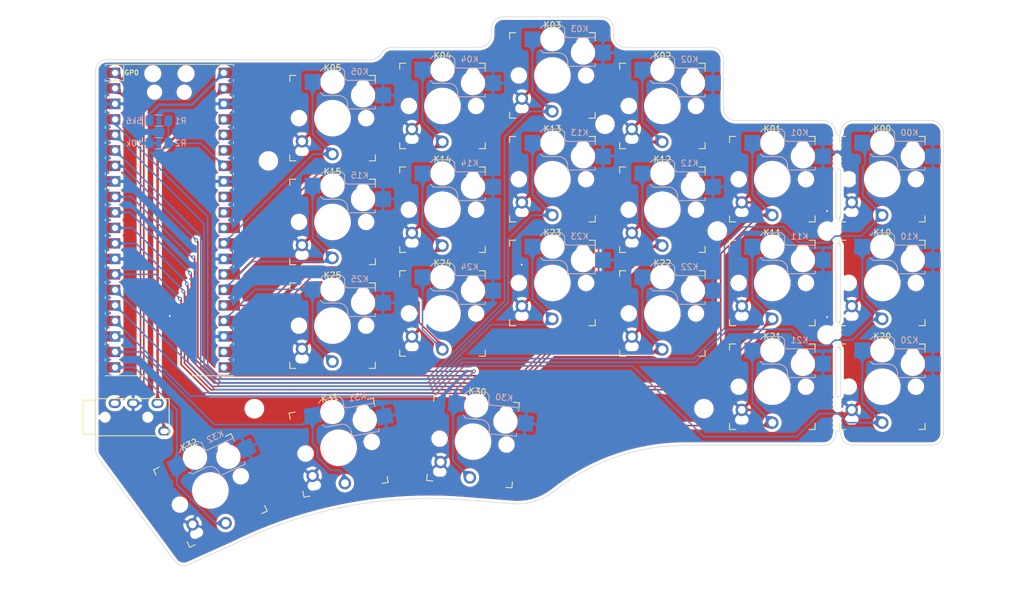
<source format=kicad_pcb>
(kicad_pcb (version 20211014) (generator pcbnew)
  (title_block (rev "rev1.0"))
  (layers (0 "F.Cu" signal) (31 "B.Cu" signal) (34 "B.Paste" user) (35 "F.Paste" user) (36 "B.SilkS" user "B.Silkscreen") (37 "F.SilkS" user "F.Silkscreen") (38 "B.Mask" user) (39 "F.Mask" user) (44 "Edge.Cuts" user))
  (net 0 "")
  (net 1 "GND")
  (net 2 "/k00")
  (net 3 "/k01")
  (net 4 "/k02")
  (net 5 "/k03")
  (net 6 "/k04")
  (net 7 "/k05")
  (net 8 "/k10")
  (net 9 "/k11")
  (net 10 "/k12")
  (net 11 "/k13")
  (net 12 "/k14")
  (net 13 "/k15")
  (net 14 "/k20")
  (net 15 "/k21")
  (net 16 "/k22")
  (net 17 "/k23")
  (net 18 "/k24")
  (net 19 "/k25")
  (net 20 "/k30")
  (net 21 "/k31")
  (net 22 "/k32")
  (net 23 "rx")
  (net 24 "tx")
  (net 25 "VBUS")
  (net 26 "vbus_sense")
  (net 33 "VCC")
  (footprint ".Keycapsss:ChocV1_V2_Hotswap_Solder_Southfacing" (layer "F.Cu") (at 105.24 94)
    (fp_text reference "K25")
    (fp_text value "KEYSW")
  )
  (footprint ".Keycapsss:ChocV1_V2_Hotswap_Solder_Southfacing" (layer "F.Cu") (at 123.24 92)
    (fp_text reference "K24")
    (fp_text value "KEYSW")
  )
  (footprint ".Keycapsss:ChocV1_V2_Hotswap_Solder_Southfacing" (layer "F.Cu") (at 177.24 104)
    (fp_text reference "K21")
    (fp_text value "KEYSW")
  )
  (footprint ".Keycapsss:ChocV1_V2_Hotswap_Solder_Southfacing" (layer "F.Cu") (at 159.24 58)
    (fp_text reference "K02")
    (fp_text value "KEYSW")
  )
  (footprint ".Keycapsss:ChocV1_V2_Hotswap_Solder_Southfacing" (layer "F.Cu") (at 195.24 87)
    (fp_text reference "K10")
    (fp_text value "KEYSW")
  )
  (footprint "RPi_Pico:RPi_Pico_SMD_TH" (layer "F.Cu") (at 78.5368 76.708)
    (fp_text reference "U2" hide)
    (fp_text value "Pico")
  )
  (footprint ".Keycapsss:ChocV1_V2_Hotswap_Solder_Southfacing" (layer "F.Cu") (at 123.24 58)
    (fp_text reference "K04")
    (fp_text value "KEYSW")
  )
  (footprint ".Keycapsss:ChocV1_V2_Hotswap_Solder_Southfacing" (layer "F.Cu") (at 159.24 75)
    (fp_text reference "K12")
    (fp_text value "KEYSW")
  )
  (footprint ".Keycapsss:ChocV1_V2_Hotswap_Solder_Southfacing" (layer "F.Cu") (at 128.24 113 -5)
    (fp_text reference "K30")
    (fp_text value "KEYSW")
  )
  (footprint ".Keycapsss:ChocV1_V2_Hotswap_Solder_Southfacing" (layer "F.Cu") (at 177.24 70)
    (fp_text reference "K01")
    (fp_text value "KEYSW")
  )
  (footprint ".Keycapsss:ChocV1_V2_Hotswap_Solder_Southfacing" (layer "F.Cu") (at 123.24 75)
    (fp_text reference "K14")
    (fp_text value "KEYSW")
  )
  (footprint ".Keycapsss:ChocV1_V2_Hotswap_Solder_Southfacing" (layer "F.Cu") (at 141.24 87)
    (fp_text reference "K23")
    (fp_text value "KEYSW")
  )
  (footprint ".Keycapsss:ChocV1_V2_Hotswap_Solder_Southfacing" (layer "F.Cu") (at 141.24 53)
    (fp_text reference "K03")
    (fp_text value "KEYSW")
  )
  (footprint ".Keycapsss:ChocV1_V2_Hotswap_Solder_Southfacing" (layer "F.Cu") (at 159.24 92)
    (fp_text reference "K22")
    (fp_text value "KEYSW")
  )
  (footprint "Keebio-Parts:TRRS-PJ-320A" (layer "F.Cu") (at 66.39 109 90)
    (fp_text reference "J1" hide)
    (fp_text value "TRRS")
  )
  (footprint ".Keycapsss:ChocV1_V2_Hotswap_Solder_Southfacing" (layer "F.Cu") (at 105.24 77)
    (fp_text reference "K15")
    (fp_text value "KEYSW")
  )
  (footprint ".Keycapsss:ChocV1_V2_Hotswap_Solder_Southfacing" (layer "F.Cu") (at 85.24 121 25)
    (fp_text reference "K32")
    (fp_text value "KEYSW")
  )
  (footprint ".Keycapsss:ChocV1_V2_Hotswap_Solder_Southfacing" (layer "F.Cu") (at 177.24 87)
    (fp_text reference "K11")
    (fp_text value "KEYSW")
  )
  (footprint ".Keycapsss:ChocV1_V2_Hotswap_Solder_Southfacing" (layer "F.Cu") (at 105.24 60)
    (fp_text reference "K05")
    (fp_text value "KEYSW")
  )
  (footprint ".Keycapsss:ChocV1_V2_Hotswap_Solder_Southfacing" (layer "F.Cu") (at 195.24 104)
    (fp_text reference "K20")
    (fp_text value "KEYSW")
  )
  (footprint ".Keycapsss:ChocV1_V2_Hotswap_Solder_Southfacing" (layer "F.Cu") (at 141.24 70)
    (fp_text reference "K13")
    (fp_text value "KEYSW")
  )
  (footprint ".Keycapsss:ChocV1_V2_Hotswap_Solder_Southfacing" (layer "F.Cu") (at 195.24 70)
    (fp_text reference "K00")
    (fp_text value "KEYSW")
  )
  (footprint ".Keycapsss:ChocV1_V2_Hotswap_Solder_Southfacing" (layer "F.Cu") (at 106.24 114 10)
    (fp_text reference "K31")
    (fp_text value "KEYSW")
  )
  (footprint "Resistor_SMD:R_1206_3216Metric_Pad1.30x1.75mm_HandSolder" (layer "B.Cu") (at 76.8096 64.1096 180)
    (fp_text reference "R2")
    (fp_text value "10k")
  )
  (footprint "beekeeb_lib:MountingHole_2.2mm_M2-8mm" (layer "B.Cu") (at 166.04 107.6 180)
    (fp_text reference "H4" hide)
    (fp_text value "MountingHole")
  )
  (footprint "beekeeb_lib:MountingHole_2.2mm_M2-8mm" (layer "B.Cu") (at 94.74 67 180)
    (fp_text reference "H2" hide)
    (fp_text value "MountingHole")
  )
  (footprint "beekeeb_lib:MountingHole_2.2mm_M2-8mm" (layer "B.Cu") (at 186.24 95.5 180)
    (fp_text reference "H4" hide)
    (fp_text value "MountingHole")
  )
  (footprint "beekeeb_lib:mousebites_2" (layer "B.Cu") (at 187.84 78.5 90)
    (fp_text reference "MB1" hide)
    (fp_text value "MountingHole" hide)
  )
  (footprint "Resistor_SMD:R_1206_3216Metric_Pad1.30x1.75mm_HandSolder" (layer "B.Cu") (at 76.8096 60.4012)
    (fp_text reference "R1")
    (fp_text value "5k6")
  )
  (footprint "beekeeb_lib:mousebites_3" (layer "B.Cu") (at 187.84 108.4352 90)
    (fp_text reference "MB3" hide)
    (fp_text value "MountingHole" hide)
  )
  (footprint "beekeeb_lib:mousebites_2" (layer "B.Cu") (at 187.84 95.5 90)
    (fp_text reference "MB2" hide)
    (fp_text value "MountingHole" hide)
  )
  (footprint "beekeeb_lib:MountingHole_2.2mm_M2-8mm" (layer "B.Cu") (at 186.24 78.5 180)
    (fp_text reference "H4" hide)
    (fp_text value "MountingHole")
  )
  (footprint "beekeeb_lib:MountingHole_2.2mm_M2-8mm" (layer "B.Cu") (at 149.84 61 180)
    (fp_text reference "H1" hide)
    (fp_text value "MountingHole")
  )
  (footprint "beekeeb_lib:MountingHole_2.2mm_M2-8mm" (layer "B.Cu") (at 92.44 107.6 180)
    (fp_text reference "H3" hide)
    (fp_text value "MountingHole")
  )
  (footprint "beekeeb_lib:MountingHole_2.2mm_M2-8mm" (layer "B.Cu") (at 168.24 78.5 180)
    (fp_text reference "H1" hide)
    (fp_text value "MountingHole")
  )
  (footprint "beekeeb_lib:mousebites_3" (layer "B.Cu") (at 187.84 65.5352 90)
    (fp_text reference "MB4" hide)
    (fp_text value "MountingHole" hide)
  )
  (gr_line (start 187.64 105.3) (end 187.64 97.9) (layer "Edge.Cuts") (width 0.1))
  (gr_arc (start 66.44 52.2) (mid 66.967208 50.927208) (end 68.24 50.4) (layer "Edge.Cuts") (width 0.1))
  (gr_line (start 185.64 60.4) (end 171.24 60.4) (layer "Edge.Cuts") (width 0.1))
  (gr_arc (start 167.24 48.4) (mid 168.654214 48.985786) (end 169.24 50.4) (layer "Edge.Cuts") (width 0.1))
  (gr_line (start 162.74 113.6) (end 185.64 113.6) (layer "Edge.Cuts") (width 0.1))
  (gr_line (start 66.805956 115.487896) (end 79.290001 132.449999) (layer "Edge.Cuts") (width 0.1))
  (gr_arc (start 141.49 121.125) (mid 138.309031 122.788875) (end 134.74 123.175) (layer "Edge.Cuts") (width 0.1))
  (gr_arc (start 149.24 43.4) (mid 150.654214 43.985786) (end 151.24 45.4) (layer "Edge.Cuts") (width 0.1))
  (gr_arc (start 188.44 62.4) (mid 189.025786 60.985786) (end 190.44 60.4) (layer "Edge.Cuts") (width 0.1))
  (gr_line (start 111.489998 50.399998) (end 68.24 50.4) (layer "Edge.Cuts") (width 0.1))
  (gr_line (start 151.24 46.4) (end 151.24 45.4) (layer "Edge.Cuts") (width 0.1))
  (gr_arc (start 188.44 62.4) (mid 188.04 62.8) (end 187.64 62.4) (layer "Edge.Cuts") (width 0.1))
  (gr_line (start 131.24 45.4) (end 131.24 46.4) (layer "Edge.Cuts") (width 0.1))
  (gr_line (start 187.64 76.1) (end 187.64 68.7) (layer "Edge.Cuts") (width 0.1))
  (gr_arc (start 188.44 93.1) (mid 188.04 93.5) (end 187.64 93.1) (layer "Edge.Cuts") (width 0.1))
  (gr_arc (start 187.64 111.6) (mid 188.04 111.2) (end 188.44 111.6) (layer "Edge.Cuts") (width 0.1))
  (gr_arc (start 188.44 76.1) (mid 188.04 76.5) (end 187.64 76.1) (layer "Edge.Cuts") (width 0.1))
  (gr_arc (start 190.44 113.6) (mid 189.025786 113.014214) (end 188.44 111.6) (layer "Edge.Cuts") (width 0.1))
  (gr_line (start 188.44 105.3) (end 188.44 97.9) (layer "Edge.Cuts") (width 0.1))
  (gr_arc (start 66.805956 115.487896) (mid 66.53394 114.973899) (end 66.44 114.4) (layer "Edge.Cuts") (width 0.1))
  (gr_line (start 169.24 58.4) (end 169.24 50.4) (layer "Edge.Cuts") (width 0.1))
  (gr_arc (start 187.64 68.7) (mid 188.04 68.3) (end 188.44 68.7) (layer "Edge.Cuts") (width 0.1))
  (gr_line (start 203.24 60.4) (end 190.44 60.4) (layer "Edge.Cuts") (width 0.1))
  (gr_line (start 190.44 113.6) (end 203.24 113.6) (layer "Edge.Cuts") (width 0.1))
  (gr_arc (start 131.24 45.4) (mid 131.825786 43.985786) (end 133.24 43.4) (layer "Edge.Cuts") (width 0.1))
  (gr_arc (start 153.24 48.4) (mid 151.825786 47.814214) (end 151.24 46.4) (layer "Edge.Cuts") (width 0.1))
  (gr_arc (start 205.24 111.6) (mid 204.654214 113.014214) (end 203.24 113.6) (layer "Edge.Cuts") (width 0.1))
  (gr_line (start 66.44 113.2) (end 66.44 114.4) (layer "Edge.Cuts") (width 0.1))
  (gr_line (start 134.74 123.175) (end 127.44 122.600001) (layer "Edge.Cuts") (width 0.1))
  (gr_line (start 81.726132 133.121447) (end 89.110601 129.8) (layer "Edge.Cuts") (width 0.1))
  (gr_arc (start 187.64 111.6) (mid 187.054214 113.014214) (end 185.64 113.6) (layer "Edge.Cuts") (width 0.1))
  (gr_arc (start 131.24 46.4) (mid 130.654214 47.814214) (end 129.24 48.4) (layer "Edge.Cuts") (width 0.1))
  (gr_line (start 188.44 76.1) (end 188.44 68.7) (layer "Edge.Cuts") (width 0.1))
  (gr_arc (start 113.24 49.4) (mid 112.497787 50.132387) (end 111.489998 50.399998) (layer "Edge.Cuts") (width 0.1))
  (gr_line (start 205.24 111.6) (end 205.24 62.4) (layer "Edge.Cuts") (width 0.1))
  (gr_arc (start 187.64 97.9) (mid 188.04 97.5) (end 188.44 97.9) (layer "Edge.Cuts") (width 0.1))
  (gr_line (start 188.44 93.1) (end 188.44 80.9) (layer "Edge.Cuts") (width 0.1))
  (gr_arc (start 187.64 80.9) (mid 188.04 80.5) (end 188.44 80.9) (layer "Edge.Cuts") (width 0.1))
  (gr_line (start 149.24 43.4) (end 133.24 43.4) (layer "Edge.Cuts") (width 0.1))
  (gr_arc (start 203.24 60.4) (mid 204.654214 60.985786) (end 205.24 62.4) (layer "Edge.Cuts") (width 0.1))
  (gr_arc (start 141.49 121.125) (mid 151.483771 115.579961) (end 162.74 113.600001) (layer "Edge.Cuts") (width 0.1))
  (gr_line (start 167.24 48.4) (end 153.24 48.4) (layer "Edge.Cuts") (width 0.1))
  (gr_arc (start 113.24 49.4) (mid 113.953846 48.668538) (end 114.94 48.4) (layer "Edge.Cuts") (width 0.1))
  (gr_line (start 187.64 93.1) (end 187.64 80.9) (layer "Edge.Cuts") (width 0.1))
  (gr_line (start 66.44 52.2) (end 66.44 113.2) (layer "Edge.Cuts") (width 0.1))
  (gr_arc (start 188.44 105.3) (mid 188.04 105.7) (end 187.64 105.3) (layer "Edge.Cuts") (width 0.1))
  (gr_arc (start 171.24 60.4) (mid 169.825786 59.814214) (end 169.24 58.4) (layer "Edge.Cuts") (width 0.1))
  (gr_arc (start 185.64 60.4) (mid 187.054214 60.985786) (end 187.64 62.4) (layer "Edge.Cuts") (width 0.1))
  (gr_arc (start 81.726132 133.121447) (mid 80.381489 133.24497) (end 79.290001 132.449999) (layer "Edge.Cuts") (width 0.1))
  (gr_line (start 129.24 48.4) (end 114.94 48.4) (layer "Edge.Cuts") (width 0.1))
  (gr_arc (start 89.110601 129.8) (mid 107.780203 123.564333) (end 127.44 122.600001) (layer "Edge.Cuts") (width 0.1))
  (segment (start 191.2 72.84) (end 190.24 73.8) (width 0.4) (layer "F.Cu") (net 1))
  (segment (start 183.4 73.8) (end 186 71.2) (width 0.4) (layer "F.Cu") (net 1))
  (segment (start 188.084721 65.484721) (end 191.2 68.6) (width 0.4) (layer "F.Cu") (net 1))
  (segment (start 187.651206 65.484721) (end 188.084721 65.484721) (width 0.4) (layer "F.Cu") (net 1))
  (segment (start 189.655279 108.384721) (end 190.24 107.8) (width 0.4) (layer "F.Cu") (net 1))
  (segment (start 191.2 68.6) (end 191.2 72.84) (width 0.4) (layer "F.Cu") (net 1))
  (segment (start 186.965527 107.8) (end 187.550248 108.384721) (width 0.4) (layer "F.Cu") (net 1))
  (segment (start 186 71.2) (end 186 67.135927) (width 0.4) (layer "F.Cu") (net 1))
  (segment (start 172.24 73.8) (end 183.4 73.8) (width 0.4) (layer "F.Cu") (net 1))
  (segment (start 186 67.135927) (end 187.651206 65.484721) (width 0.4) (layer "F.Cu") (net 1))
  (segment (start 187.550248 108.384721) (end 189.655279 108.384721) (width 0.4) (layer "F.Cu") (net 1))
  (segment (start 172.24 107.8) (end 186.965527 107.8) (width 0.4) (layer "F.Cu") (net 1))
  (via (at 186.2 92.6) (size 0.6) (drill 0.3) (layers "F.Cu" "B.Cu") (net 1))
  (via (at 136.2 84) (size 0.6) (drill 0.3) (layers "F.Cu" "B.Cu") (net 1))
  (via (at 78.6 92.4) (size 0.6) (drill 0.3) (layers "F.Cu" "B.Cu") (net 1))
  (via (at 186.2 75.2) (size 0.6) (drill 0.3) (layers "F.Cu" "B.Cu") (net 1))
  (segment (start 191.089521 68.545448) (end 191.089521 72.950479) (width 0.4) (layer "B.Cu") (net 1))
  (segment (start 185.515 66.25) (end 186.179321 65.585679) (width 0.4) (layer "B.Cu") (net 1))
  (segment (start 186.179321 65.585679) (end 188.129752 65.585679) (width 0.4) (layer "B.Cu") (net 1))
  (segment (start 191.089521 72.950479) (end 190.24 73.8) (width 0.4) (layer "B.Cu") (net 1))
  (segment (start 188.129752 65.585679) (end 191.089521 68.545448) (width 0.4) (layer "B.Cu") (net 1))
  (segment (start 186.425289 80.4) (end 181.6 80.4) (width 0.25) (layer "B.Cu") (net 2))
  (segment (start 192.41 64.495) (end 192.41 67.52) (width 0.25) (layer "B.Cu") (net 2))
  (segment (start 192.41 67.52) (end 192.03 67.9) (width 0.25) (layer "B.Cu") (net 2))
  (segment (start 126.331414 99.4) (end 121.282856 104.448558) (width 0.25) (layer "B.Cu") (net 2))
  (segment (start 164.4 99.4) (end 126.331414 99.4) (width 0.25) (layer "B.Cu") (net 2))
  (segment (start 191.965 64.05) (end 192.41 64.495) (width 0.25) (layer "B.Cu") (net 2))
  (segment (start 192.03 67.9) (end 192.03 72.69) (width 0.25) (layer "B.Cu") (net 2))
  (segment (start 181.6 80.4) (end 179 77.8) (width 0.25) (layer "B.Cu") (net 2))
  (segment (start 179 77.8) (end 172.4 77.8) (width 0.25) (layer "B.Cu") (net 2))
  (segment (start 169.4 80.8) (end 169.4 94.4) (width 0.25) (layer "B.Cu") (net 2))
  (segment (start 191.814521 79.325479) (end 187.49981 79.325479) (width 0.25) (layer "B.Cu") (net 2))
  (segment (start 192.03 72.69) (end 195.24 75.9) (width 0.25) (layer "B.Cu") (net 2))
  (segment (start 172.4 77.8) (end 169.4 80.8) (width 0.25) (layer "B.Cu") (net 2))
  (segment (start 187.49981 79.325479) (end 186.425289 80.4) (width 0.25) (layer "B.Cu") (net 2))
  (segment (start 169.4 94.4) (end 164.4 99.4) (width 0.25) (layer "B.Cu") (net 2))
  (segment (start 195.24 75.9) (end 191.814521 79.325479) (width 0.25) (layer "B.Cu") (net 2))
  (segment (start 121.282856 104.448558) (end 85.957358 104.448558) (width 0.25) (layer "B.Cu") (net 2))
  (segment (start 85.957358 104.448558) (end 69.6468 88.138) (width 0.25) (layer "B.Cu") (net 2))
  (segment (start 175.1 75.9) (end 177.24 75.9) (width 0.25) (layer "F.Cu") (net 3))
  (segment (start 81.55144 99.928578) (end 85.572382 103.94952) (width 0.25) (layer "F.Cu") (net 3))
  (segment (start 168.8 82.2) (end 175.1 75.9) (width 0.25) (layer "F.Cu") (net 3))
  (segment (start 163.45048 103.94952) (end 168.8 98.6) (width 0.25) (layer "F.Cu") (net 3))
  (segment (start 168.8 98.6) (end 168.8 82.2) (width 0.25) (layer "F.Cu") (net 3))
  (segment (start 81.37646 87.2) (end 81.55144 87.37498) (width 0.25) (layer "F.Cu") (net 3))
  (segment (start 81.55144 87.37498) (end 81.55144 99.928578) (width 0.25) (layer "F.Cu") (net 3))
  (segment (start 85.572382 103.94952) (end 163.45048 103.94952) (width 0.25) (layer "F.Cu") (net 3))
  (via (at 81.37646 87.2) (size 0.6) (drill 0.3) (layers "F.Cu" "B.Cu") (net 3))
  (segment (start 173.965 72.625) (end 177.24 75.9) (width 0.25) (layer "B.Cu") (net 3))
  (segment (start 72.4535 77.978) (end 69.6468 77.978) (width 0.25) (layer "B.Cu") (net 3))
  (segment (start 81.37646 86.90096) (end 72.4535 77.978) (width 0.25) (layer "B.Cu") (net 3))
  (segment (start 81.37646 87.2) (end 81.37646 86.90096) (width 0.25) (layer "B.Cu") (net 3))
  (segment (start 173.965 64.05) (end 173.965 72.625) (width 0.25) (layer "B.Cu") (net 3))
  (segment (start 148.8 71.42) (end 156.32 63.9) (width 0.25) (layer "F.Cu") (net 4))
  (segment (start 148.8 89.2) (end 148.8 71.42) (width 0.25) (layer "F.Cu") (net 4))
  (segment (start 83.2 80.27402) (end 83.2 99.160222) (width 0.25) (layer "F.Cu") (net 4))
  (segment (start 156.32 63.9) (end 159.24 63.9) (width 0.25) (layer "F.Cu") (net 4))
  (segment (start 82.92598 80) (end 83.2 80.27402) (width 0.25) (layer "F.Cu") (net 4))
  (segment (start 86.239778 102.2) (end 135.8 102.2) (width 0.25) (layer "F.Cu") (net 4))
  (segment (start 83.2 99.160222) (end 86.239778 102.2) (width 0.25) (layer "F.Cu") (net 4))
  (segment (start 135.8 102.2) (end 148.8 89.2) (width 0.25) (layer "F.Cu") (net 4))
  (via (at 82.92598 80) (size 0.6) (drill 0.3) (layers "F.Cu" "B.Cu") (net 4))
  (segment (start 82.92598 79.94952) (end 70.79446 67.818) (width 0.25) (layer "B.Cu") (net 4))
  (segment (start 82.92598 80) (end 82.92598 79.94952) (width 0.25) (layer "B.Cu") (net 4))
  (segment (start 155.965 60.625) (end 159.24 63.9) (width 0.25) (layer "B.Cu") (net 4))
  (segment (start 70.79446 67.818) (end 69.6468 67.818) (width 0.25) (layer "B.Cu") (net 4))
  (segment (start 155.965 52.05) (end 155.965 60.625) (width 0.25) (layer "B.Cu") (net 4))
  (segment (start 69.6468 60.935568) (end 69.6468 60.198) (width 0.25) (layer "B.Cu") (net 5))
  (segment (start 133.4 63) (end 133.4 90) (width 0.25) (layer "B.Cu") (net 5))
  (segment (start 120.6 102.8) (end 87.2 102.8) (width 0.25) (layer "B.Cu") (net 5))
  (segment (start 87.2 102.8) (end 84.8 100.4) (width 0.25) (layer "B.Cu") (net 5))
  (segment (start 137.5 58.9) (end 133.4 63) (width 0.25) (layer "B.Cu") (net 5))
  (segment (start 84.8 76.088768) (end 69.6468 60.935568) (width 0.25) (layer "B.Cu") (net 5))
  (segment (start 137.965 55.625) (end 141.24 58.9) (width 0.25) (layer "B.Cu") (net 5))
  (segment (start 141.24 58.9) (end 137.5 58.9) (width 0.25) (layer "B.Cu") (net 5))
  (segment (start 137.965 47.05) (end 137.965 55.625) (width 0.25) (layer "B.Cu") (net 5))
  (segment (start 133.4 90) (end 120.6 102.8) (width 0.25) (layer "B.Cu") (net 5))
  (segment (start 84.8 100.4) (end 84.8 76.088768) (width 0.25) (layer "B.Cu") (net 5))
  (segment (start 93.8 81.6) (end 89.802 85.598) (width 0.25) (layer "F.Cu") (net 6))
  (segment (start 112.4 68.8) (end 103.2 68.8) (width 0.25) (layer "F.Cu") (net 6))
  (segment (start 123.24 63.9) (end 122.33 64.81) (width 0.25) (layer "F.Cu") (net 6))
  (segment (start 122.33 64.81) (end 116.39 64.81) (width 0.25) (layer "F.Cu") (net 6))
  (segment (start 116.39 64.81) (end 112.4 68.8) (width 0.25) (layer "F.Cu") (net 6))
  (segment (start 93.8 78.2) (end 93.8 81.6) (width 0.25) (layer "F.Cu") (net 6))
  (segment (start 89.802 85.598) (end 87.4268 85.598) (width 0.25) (layer "F.Cu") (net 6))
  (segment (start 103.2 68.8) (end 93.8 78.2) (width 0.25) (layer "F.Cu") (net 6))
  (segment (start 119.965 52.05) (end 119.965 60.625) (width 0.25) (layer "B.Cu") (net 6))
  (segment (start 119.965 60.625) (end 123.24 63.9) (width 0.25) (layer "B.Cu") (net 6))
  (segment (start 101.965 62.625) (end 105.24 65.9) (width 0.25) (layer "B.Cu") (net 7))
  (segment (start 101.965 54.05) (end 101.965 62.625) (width 0.25) (layer "B.Cu") (net 7))
  (segment (start 102.0448 65.9) (end 87.4268 80.518) (width 0.25) (layer "B.Cu") (net 7))
  (segment (start 105.24 65.9) (end 102.0448 65.9) (width 0.25) (layer "B.Cu") (net 7))
  (segment (start 191.965 89.625) (end 195.24 92.9) (width 0.25) (layer "B.Cu") (net 8))
  (segment (start 180.4 94.6) (end 183 97.2) (width 0.25) (layer "B.Cu") (net 8))
  (segment (start 126.508552 100) (end 164.577138 100) (width 0.25) (layer "B.Cu") (net 8))
  (segment (start 187.6 96.4) (end 187.624521 96.375479) (width 0.25) (layer "B.Cu") (net 8))
  (segment (start 187.624521 96.375479) (end 190.327681 96.375479) (width 0.25) (layer "B.Cu") (net 8))
  (segment (start 186.6 97.2) (end 187.4 96.4) (width 0.25) (layer "B.Cu") (net 8))
  (segment (start 164.577138 100) (end 169.977138 94.6) (width 0.25) (layer "B.Cu") (net 8))
  (segment (start 193.80316 92.9) (end 195.24 92.9) (width 0.25) (layer "B.Cu") (net 8))
  (segment (start 191.965 81.05) (end 191.965 89.625) (width 0.25) (layer "B.Cu") (net 8))
  (segment (start 187.4 96.4) (end 187.6 96.4) (width 0.25) (layer "B.Cu") (net 8))
  (segment (start 69.6468 90.678) (end 83.966878 104.998078) (width 0.25) (layer "B.Cu") (net 8))
  (segment (start 169.977138 94.6) (end 180.4 94.6) (width 0.25) (layer "B.Cu") (net 8))
  (segment (start 190.327681 96.375479) (end 193.80316 92.9) (width 0.25) (layer "B.Cu") (net 8))
  (segment (start 121.510474 104.998078) (end 126.508552 100) (width 0.25) (layer "B.Cu") (net 8))
  (segment (start 183 97.2) (end 186.6 97.2) (width 0.25) (layer "B.Cu") (net 8))
  (segment (start 83.966878 104.998078) (end 121.510474 104.998078) (width 0.25) (layer "B.Cu") (net 8))
  (segment (start 165.54 104.6) (end 177.24 92.9) (width 0.25) (layer "F.Cu") (net 9))
  (segment (start 81.00192 88.45092) (end 81.001921 100.156197) (width 0.25) (layer "F.Cu") (net 9))
  (segment (start 85.344763 104.499039) (end 159.49904 104.49904) (width 0.25) (layer "F.Cu") (net 9))
  (segment (start 80.951 88.4) (end 81.00192 88.45092) (width 0.25) (layer "F.Cu") (net 9))
  (segment (start 80.82694 88.4) (end 80.951 88.4) (width 0.25) (layer "F.Cu") (net 9))
  (segment (start 159.49904 104.49904) (end 159.6 104.6) (width 0.25) (layer "F.Cu") (net 9))
  (segment (start 159.6 104.6) (end 165.54 104.6) (width 0.25) (layer "F.Cu") (net 9))
  (segment (start 81.001921 100.156197) (end 85.344763 104.499039) (width 0.25) (layer "F.Cu") (net 9))
  (via (at 80.82694 88.4) (size 0.6) (drill 0.3) (layers "F.Cu" "B.Cu") (net 9))
  (segment (start 80.82694 88.4) (end 80.82694 88.27594) (width 0.25) (layer "B.Cu") (net 9))
  (segment (start 173.965 89.625) (end 177.24 92.9) (width 0.25) (layer "B.Cu") (net 9))
  (segment (start 80.82694 88.27594) (end 73.069 80.518) (width 0.25) (layer "B.Cu") (net 9))
  (segment (start 173.965 81.05) (end 173.965 89.625) (width 0.25) (layer "B.Cu") (net 9))
  (segment (start 73.069 80.518) (end 69.6468 80.518) (width 0.25) (layer "B.Cu") (net 9))
  (segment (start 136.050481 102.749519) (end 157.9 80.9) (width 0.25) (layer "F.Cu") (net 10))
  (segment (start 86.467397 102.749519) (end 136.050481 102.749519) (width 0.25) (layer "F.Cu") (net 10))
  (segment (start 82.65048 82.97498) (end 82.65048 99.38784) (width 0.25) (layer "F.Cu") (net 10))
  (segment (start 157.9 80.9) (end 159.24 80.9) (width 0.25) (layer "F.Cu") (net 10))
  (segment (start 82.4755 82.8) (end 82.65048 82.97498) (width 0.25) (layer "F.Cu") (net 10))
  (segment (start 82.65048 99.38784) (end 86.01216 102.74952) (width 0.25) (layer "F.Cu") (net 10))
  (segment (start 86.01216 102.74952) (end 86.467397 102.749519) (width 0.25) (layer "F.Cu") (net 10))
  (via (at 82.4755 82.8) (size 0.6) (drill 0.3) (layers "F.Cu" "B.Cu") (net 10))
  (segment (start 155.965 77.625) (end 159.24 80.9) (width 0.25) (layer "B.Cu") (net 10))
  (segment (start 82.2 82.8) (end 72.298 72.898) (width 0.25) (layer "B.Cu") (net 10))
  (segment (start 155.965 69.05) (end 155.965 77.625) (width 0.25) (layer "B.Cu") (net 10))
  (segment (start 72.298 72.898) (end 69.6468 72.898) (width 0.25) (layer "B.Cu") (net 10))
  (segment (start 82.4755 82.8) (end 82.2 82.8) (width 0.25) (layer "B.Cu") (net 10))
  (segment (start 134 79.8) (end 137.9 75.9) (width 0.25) (layer "B.Cu") (net 11))
  (segment (start 134 90.177138) (end 134 79.8) (width 0.25) (layer "B.Cu") (net 11))
  (segment (start 120.827619 103.349519) (end 134 90.177138) (width 0.25) (layer "B.Cu") (net 11))
  (segment (start 137.965 72.625) (end 141.24 75.9) (width 0.25) (layer "B.Cu") (net 11))
  (segment (start 137.965 64.05) (end 137.965 72.625) (width 0.25) (layer "B.Cu") (net 11))
  (segment (start 84.2 100.577138) (end 86.972381 103.349519) (width 0.25) (layer "B.Cu") (net 11))
  (segment (start 84.2 77.2912) (end 84.2 100.577138) (width 0.25) (layer "B.Cu") (net 11))
  (segment (start 69.6468 62.738) (end 84.2 77.2912) (width 0.25) (layer "B.Cu") (net 11))
  (segment (start 137.9 75.9) (end 141.24 75.9) (width 0.25) (layer "B.Cu") (net 11))
  (segment (start 86.972381 103.349519) (end 120.827619 103.349519) (width 0.25) (layer "B.Cu") (net 11))
  (segment (start 123.24 80.9) (end 122.31 81.83) (width 0.25) (layer "F.Cu") (net 12))
  (segment (start 100.6 84.4) (end 94.322 90.678) (width 0.25) (layer "F.Cu") (net 12))
  (segment (start 122.31 81.83) (end 116.57 81.83) (width 0.25) (layer "F.Cu") (net 12))
  (segment (start 116.57 81.83) (end 114 84.4) (width 0.25) (layer "F.Cu") (net 12))
  (segment (start 94.322 90.678) (end 87.4268 90.678) (width 0.25) (layer "F.Cu") (net 12))
  (segment (start 114 84.4) (end 100.6 84.4) (width 0.25) (layer "F.Cu") (net 12))
  (segment (start 119.965 69.05) (end 119.965 77.625) (width 0.25) (layer "B.Cu") (net 12))
  (segment (start 119.965 77.625) (end 123.24 80.9) (width 0.25) (layer "B.Cu") (net 12))
  (segment (start 105.24 82.9) (end 101.965 79.625) (width 0.25) (layer "B.Cu") (net 13))
  (segment (start 92.0848 83.48) (end 87.4268 88.138) (width 0.25) (layer "B.Cu") (net 13))
  (segment (start 104.66 83.48) (end 92.0848 83.48) (width 0.25) (layer "B.Cu") (net 13))
  (segment (start 105.24 82.9) (end 104.66 83.48) (width 0.25) (layer "B.Cu") (net 13))
  (segment (start 101.965 79.625) (end 101.965 71.05) (width 0.25) (layer "B.Cu") (net 13))
  (segment (start 121.852403 105.547597) (end 126.8 100.6) (width 0.25) (layer "B.Cu") (net 14))
  (segment (start 166 112.2) (end 181.2 112.2) (width 0.25) (layer "B.Cu") (net 14))
  (segment (start 189.5 109.9) (end 195.24 109.9) (width 0.25) (layer "B.Cu") (net 14))
  (segment (start 126.8 100.6) (end 154.4 100.6) (width 0.25) (layer "B.Cu") (net 14))
  (segment (start 69.6468 93.218) (end 81.976397 105.547597) (width 0.25) (layer "B.Cu") (net 14))
  (segment (start 181.2 112.2) (end 185 108.4) (width 0.25) (layer "B.Cu") (net 14))
  (segment (start 188 108.4) (end 189.5 109.9) (width 0.25) (layer "B.Cu") (net 14))
  (segment (start 191.965 98.05) (end 191.965 106.625) (width 0.25) (layer "B.Cu") (net 14))
  (segment (start 185 108.4) (end 188 108.4) (width 0.25) (layer "B.Cu") (net 14))
  (segment (start 81.976397 105.547597) (end 121.852403 105.547597) (width 0.25) (layer "B.Cu") (net 14))
  (segment (start 191.965 106.625) (end 195.24 109.9) (width 0.25) (layer "B.Cu") (net 14))
  (segment (start 154.4 100.6) (end 166 112.2) (width 0.25) (layer "B.Cu") (net 14))
  (segment (start 161.57 110.37) (end 176.77 110.37) (width 0.25) (layer "F.Cu") (net 15))
  (segment (start 80.452402 100.383816) (end 85.166707 105.098121) (width 0.25) (layer "F.Cu") (net 15))
  (segment (start 156.298121 105.098121) (end 161.57 110.37) (width 0.25) (layer "F.Cu") (net 15))
  (segment (start 80.27742 89.6) (end 80.27742 89.65092) (width 0.25) (layer "F.Cu") (net 15))
  (segment (start 80.4524 89.8259) (end 80.452402 100.383816) (width 0.25) (layer "F.Cu") (net 15))
  (segment (start 85.166707 105.098121) (end 156.298121 105.098121) (width 0.25) (layer "F.Cu") (net 15))
  (segment (start 176.77 110.37) (end 177.24 109.9) (width 0.25) (layer "F.Cu") (net 15))
  (segment (start 80.27742 89.65092) (end 80.4524 89.8259) (width 0.25) (layer "F.Cu") (net 15))
  (via (at 80.27742 89.6) (size 0.6) (drill 0.3) (layers "F.Cu" "B.Cu") (net 15))
  (segment (start 173.965 106.625) (end 177.24 109.9) (width 0.25) (layer "B.Cu") (net 15))
  (segment (start 80.27742 89.6) (end 76.27542 85.598) (width 0.25) (layer "B.Cu") (net 15))
  (segment (start 173.965 98.05) (end 173.965 106.625) (width 0.25) (layer "B.Cu") (net 15))
  (segment (start 76.27542 85.598) (end 69.6468 85.598) (width 0.25) (layer "B.Cu") (net 15))
  (segment (start 82.10096 85.57498) (end 82.10096 99.615458) (width 0.25) (layer "F.Cu") (net 16))
  (segment (start 85.885502 103.4) (end 136.177138 103.4) (width 0.25) (layer "F.Cu") (net 16))
  (segment (start 136.177138 103.4) (end 141.257138 98.32) (width 0.25) (layer "F.Cu") (net 16))
  (segment (start 141.257138 98.32) (end 158.82 98.32) (width 0.25) (layer "F.Cu") (net 16))
  (segment (start 158.82 98.32) (end 159.24 97.9) (width 0.25) (layer "F.Cu") (net 16))
  (segment (start 81.92598 85.4) (end 82.10096 85.57498) (width 0.25) (layer "F.Cu") (net 16))
  (segment (start 82.10096 99.615458) (end 85.885502 103.4) (width 0.25) (layer "F.Cu") (net 16))
  (via (at 81.92598 85.4) (size 0.6) (drill 0.3) (layers "F.Cu" "B.Cu") (net 16))
  (segment (start 155.965 94.625) (end 159.24 97.9) (width 0.25) (layer "B.Cu") (net 16))
  (segment (start 72.038 75.438) (end 69.6468 75.438) (width 0.25) (layer "B.Cu") (net 16))
  (segment (start 81.92598 85.4) (end 81.92598 85.32598) (width 0.25) (layer "B.Cu") (net 16))
  (segment (start 155.965 86.05) (end 155.965 94.625) (width 0.25) (layer "B.Cu") (net 16))
  (segment (start 81.92598 85.32598) (end 72.038 75.438) (width 0.25) (layer "B.Cu") (net 16))
  (segment (start 131.124276 93.83) (end 140.31 93.83) (width 0.25) (layer "B.Cu") (net 17))
  (segment (start 86.744763 103.899039) (end 121.055238 103.899038) (width 0.25) (layer "B.Cu") (net 17))
  (segment (start 137.965 89.625) (end 141.24 92.9) (width 0.25) (layer "B.Cu") (net 17))
  (segment (start 69.6468 65.278) (end 83.65048 79.28168) (width 0.25) (layer "B.Cu") (net 17))
  (segment (start 140.31 93.83) (end 141.24 92.9) (width 0.25) (layer "B.Cu") (net 17))
  (segment (start 121.055238 103.899038) (end 131.124276 93.83) (width 0.25) (layer "B.Cu") (net 17))
  (segment (start 83.650481 100.804757) (end 86.744763 103.899039) (width 0.25) (layer "B.Cu") (net 17))
  (segment (start 137.965 81.05) (end 137.965 89.625) (width 0.25) (layer "B.Cu") (net 17))
  (segment (start 83.65048 79.28168) (end 83.650481 100.804757) (width 0.25) (layer "B.Cu") (net 17))
  (segment (start 119.4 93.47) (end 119.4 90.2) (width 0.25) (layer "F.Cu") (net 18))
  (segment (start 123.24 97.9) (end 123.24 97.31) (width 0.25) (layer "F.Cu") (net 18))
  (segment (start 115.275479 86.075479) (end 101.724521 86.075479) (width 0.25) (layer "F.Cu") (net 18))
  (segment (start 89.502 98.298) (end 87.4268 98.298) (width 0.25) (layer "F.Cu") (net 18))
  (segment (start 119.4 90.2) (end 115.275479 86.075479) (width 0.25) (layer "F.Cu") (net 18))
  (segment (start 123.24 97.31) (end 119.4 93.47) (width 0.25) (layer "F.Cu") (net 18))
  (segment (start 101.724521 86.075479) (end 89.502 98.298) (width 0.25) (layer "F.Cu") (net 18))
  (segment (start 119.965 94.625) (end 123.24 97.9) (width 0.25) (layer "B.Cu") (net 18))
  (segment (start 119.965 86.05) (end 119.965 94.625) (width 0.25) (layer "B.Cu") (net 18))
  (segment (start 101.965 88.05) (end 92.5948 88.05) (width 0.25) (layer "B.Cu") (net 19))
  (segment (start 92.5948 88.05) (end 87.4268 93.218) (width 0.25) (layer "B.Cu") (net 19))
  (segment (start 101.965 96.625) (end 101.965 88.05) (width 0.25) (layer "B.Cu") (net 19))
  (segment (start 105.24 99.9) (end 101.965 96.625) (width 0.25) (layer "B.Cu") (net 19))
  (segment (start 128.4 101.4755) (end 88.0643 101.4755) (width 0.25) (layer "F.Cu") (net 20))
  (segment (start 88.0643 101.4755) (end 87.4268 100.838) (width 0.25) (layer "F.Cu") (net 20))
  (via (at 128.4 101.4755) (size 0.6) (drill 0.3) (layers "F.Cu" "B.Cu") (net 20))
  (segment (start 125.496039 106.787206) (end 124.95 107.333245) (width 0.25) (layer "B.Cu") (net 20))
  (segment (start 125.496039 106.787206) (end 125.496039 104.379461) (width 0.25) (layer "B.Cu") (net 20))
  (segment (start 125.496039 104.379461) (end 128.4 101.4755) (width 0.25) (layer "B.Cu") (net 20))
  (segment (start 124.95 107.333245) (end 124.95 116.101768) (width 0.25) (layer "B.Cu") (net 20))
  (segment (start 124.95 116.101768) (end 127.725781 118.877549) (width 0.25) (layer "B.Cu") (net 20))
  (segment (start 104.91 117.67) (end 102.74 115.5) (width 0.25) (layer "B.Cu") (net 21))
  (segment (start 107.264524 119.810366) (end 107.264524 118.564524) (width 0.25) (layer "B.Cu") (net 21))
  (segment (start 101.981548 113.281548) (end 101.981548 108.709092) (width 0.25) (layer "B.Cu") (net 21))
  (segment (start 106.37 117.67) (end 104.91 117.67) (width 0.25) (layer "B.Cu") (net 21))
  (segment (start 102.74 115.5) (end 102.74 114.04) (width 0.25) (layer "B.Cu") (net 21))
  (segment (start 100.49064 110.2) (end 101.981548 108.709092) (width 0.25) (layer "B.Cu") (net 21))
  (segment (start 85.851662 110.2) (end 100.49064 110.2) (width 0.25) (layer "B.Cu") (net 21))
  (segment (start 102.74 114.04) (end 101.981548 113.281548) (width 0.25) (layer "B.Cu") (net 21))
  (segment (start 73.949662 98.298) (end 85.851662 110.2) (width 0.25) (layer "B.Cu") (net 21))
  (segment (start 107.264524 118.564524) (end 106.37 117.67) (width 0.25) (layer "B.Cu") (net 21))
  (segment (start 69.6468 98.298) (end 73.949662 98.298) (width 0.25) (layer "B.Cu") (net 21))
  (segment (start 87.733448 126.347216) (end 86.047216 126.347216) (width 0.25) (layer "B.Cu") (net 22))
  (segment (start 79.757263 107.794109) (end 79.757263 116.991543) (width 0.25) (layer "B.Cu") (net 22))
  (segment (start 72.801154 100.838) (end 79.757263 107.794109) (width 0.25) (layer "B.Cu") (net 22))
  (segment (start 79.757263 120.057263) (end 79.757263 116.991543) (width 0.25) (layer "B.Cu") (net 22))
  (segment (start 69.6468 100.838) (end 72.801154 100.838) (width 0.25) (layer "B.Cu") (net 22))
  (segment (start 86.047216 126.347216) (end 79.757263 120.057263) (width 0.25) (layer "B.Cu") (net 22))
  (segment (start 69.6468 55.118) (end 73.8 59.2712) (width 0.25) (layer "F.Cu") (net 23))
  (segment (start 73.8 59.2712) (end 73.8 102.49) (width 0.25) (layer "F.Cu") (net 23))
  (segment (start 73.8 102.49) (end 69.59 106.7) (width 0.25) (layer "F.Cu") (net 23))
  (segment (start 77.69 110.25) (end 74.34952 106.90952) (width 0.25) (layer "F.Cu") (net 24))
  (segment (start 77.69 111.3) (end 77.69 110.25) (width 0.25) (layer "F.Cu") (net 24))
  (segment (start 74.34952 106.90952) (end 74.34952 57.28072) (width 0.25) (layer "F.Cu") (net 24))
  (segment (start 74.34952 57.28072) (end 69.6468 52.578) (width 0.25) (layer "F.Cu") (net 24))
  (segment (start 76.8 57.8) (end 75.2596 59.3404) (width 0.4) (layer "B.Cu") (net 25))
  (segment (start 82.2048 57.8) (end 76.8 57.8) (width 0.4) (layer "B.Cu") (net 25))
  (segment (start 87.4268 52.578) (end 82.2048 57.8) (width 0.4) (layer "B.Cu") (net 25))
  (segment (start 75.2596 59.3404) (end 75.2596 60.4012) (width 0.4) (layer "B.Cu") (net 25))
  (segment (start 78.3596 64.1096) (end 83.7184 64.1096) (width 0.25) (layer "B.Cu") (net 26))
  (segment (start 83.7184 64.1096) (end 87.4268 67.818) (width 0.25) (layer "B.Cu") (net 26))
  (segment (start 78.3596 60.4012) (end 78.3596 64.1096) (width 0.25) (layer "B.Cu") (net 26))
  (segment (start 76.59 106.7) (end 76.6 106.69) (width 0.4) (layer "F.Cu") (net 33))
  (segment (start 87.409898 55.118) (end 87.4268 55.118) (width 0.4) (layer "F.Cu") (net 33))
  (segment (start 76.6 65.927898) (end 87.409898 55.118) (width 0.4) (layer "F.Cu") (net 33))
  (segment (start 76.6 106.69) (end 76.6 65.927898) (width 0.4) (layer "F.Cu") (net 33))
  (zone (net 20) (net_name "/k30") (layer "F.Cu") (priority 16962) (connect_pads yes (clearance 0)) (min_thickness 0.0254) (fill yes (thermal_gap 0.508) (thermal_bridge_width 0.508))
    (polygon (pts (xy 88.862738 101.3505) (xy 88.725841 101.339748) (xy 88.616413 101.308753) (xy 88.530284 101.259408) (xy 88.463288 101.193603) (xy 88.411257 101.11323) (xy 88.370024 101.02018) (xy 88.335421 100.916346) (xy 88.303282 100.803619) (xy 88.269438 100.68389) (xy 88.229724 100.559051) (xy 87.12628 100.53748) (xy 87.4268 101.688) (xy 87.601882 101.68555) (xy 87.750912 101.6789) (xy 87.881036 101.669099) (xy 87.999398 101.6572) (xy 88.113144 101.64425) (xy 88.22942 101.6313) (xy 88.355372 101.6194) (xy 88.498145 101.6096) (xy 88.664885 101.60295) (xy 88.862738 101.6005)))
  )
  (zone (net 23) (net_name "rx") (layer "F.Cu") (priority 16962) (connect_pads yes (clearance 0)) (min_thickness 0.0254) (fill yes (thermal_gap 0.508) (thermal_bridge_width 0.508))
    (polygon (pts (xy 70.625911 105.487313) (xy 70.486765 105.612995) (xy 70.359005 105.702609) (xy 70.239135 105.763017) (xy 70.123662 105.801077) (xy 70.009091 105.82365) (xy 69.891927 105.837595) (xy 69.768676 105.849774) (xy 69.635844 105.867045) (xy 69.489937 105.896269) (xy 69.32746 105.944307) (xy 69.307158 106.982842) (xy 70.345693 106.96254) (xy 70.39373 106.800062) (xy 70.422954 106.654155) (xy 70.440225 106.521323) (xy 70.452404 106.398072) (xy 70.466349 106.280908) (xy 70.488922 106.166337) (xy 70.526982 106.050864) (xy 70.58739 105.930994) (xy 70.677004 105.803234) (xy 70.802687 105.664089)))
  )
  (zone (net 24) (net_name "tx") (layer "F.Cu") (priority 16962) (connect_pads yes (clearance 0)) (min_thickness 0.0254) (fill yes (thermal_gap 0.508) (thermal_bridge_width 0.508))
    (polygon (pts (xy 70.930198 53.684621) (xy 70.796486 53.53634) (xy 70.701521 53.400119) (xy 70.637909 53.272245) (xy 70.598261 53.149006) (xy 70.575186 53.026691) (xy 70.561292 52.901588) (xy 70.54919 52.769984) (xy 70.531489 52.628167) (xy 70.500797 52.472427) (xy 70.449724 52.299051) (xy 69.34628 52.27748) (xy 69.367851 53.380924) (xy 69.541227 53.431997) (xy 69.696967 53.462689) (xy 69.838784 53.48039) (xy 69.970388 53.492492) (xy 70.095491 53.506386) (xy 70.217806 53.529461) (xy 70.341045 53.569109) (xy 70.468919 53.632721) (xy 70.60514 53.727686) (xy 70.753421 53.861398)))
  )
  (zone (net 23) (net_name "rx") (layer "F.Cu") (priority 16962) (connect_pads yes (clearance 0)) (min_thickness 0.0254) (fill yes (thermal_gap 0.508) (thermal_bridge_width 0.508))
    (polygon (pts (xy 70.930198 56.224621) (xy 70.796486 56.07634) (xy 70.701521 55.940119) (xy 70.637909 55.812245) (xy 70.598261 55.689006) (xy 70.575186 55.566691) (xy 70.561292 55.441588) (xy 70.54919 55.309984) (xy 70.531489 55.168167) (xy 70.500797 55.012427) (xy 70.449724 54.839051) (xy 69.34628 54.81748) (xy 69.367851 55.920924) (xy 69.541227 55.971997) (xy 69.696967 56.002689) (xy 69.838784 56.02039) (xy 69.970388 56.032492) (xy 70.095491 56.046386) (xy 70.217806 56.069461) (xy 70.341045 56.109109) (xy 70.468919 56.172721) (xy 70.60514 56.267686) (xy 70.753421 56.401398)))
  )
  (zone (net 1) (net_name "GND") (layers F&B.Cu) (connect_pads (clearance 0.508)) (min_thickness 0.25) (fill yes (thermal_gap 0.508) (thermal_bridge_width 0.508))
    (polygon (pts (xy 50.8 137.16) (xy 218.44 137.16) (xy 218.44 40.64) (xy 50.8 40.64)))
  )
  (zone (net 16) (net_name "/k22") (layer "F.Cu") (priority 16962) (connect_pads yes (clearance 0)) (min_thickness 0.0254) (fill yes (thermal_gap 0.508) (thermal_bridge_width 0.508))
    (polygon (pts (xy 82.22596 85.94498) (xy 82.22596 85.869601) (xy 82.225961 85.80534) (xy 82.225964 85.749768) (xy 82.225966 85.700455) (xy 82.225969 85.654972) (xy 82.225972 85.610891) (xy 82.225974 85.565782) (xy 82.225977 85.517217) (xy 82.225978 85.462765) (xy 82.225979 85.4) (xy 81.838797 85.277939) (xy 81.782275 85.663341) (xy 81.817903 85.683095) (xy 81.85015 85.702272) (xy 81.878928 85.721787) (xy 81.904151 85.74256) (xy 81.925731 85.765508) (xy 81.943582 85.791547) (xy 81.957617 85.821597) (xy 81.967749 85.856573) (xy 81.973893 85.897395) (xy 81.97596 85.94498)))
  )
  (zone (net 15) (net_name "/k21") (layer "F.Cu") (priority 16962) (connect_pads yes (clearance 0)) (min_thickness 0.0254) (fill yes (thermal_gap 0.508) (thermal_bridge_width 0.508))
    (polygon (pts (xy 80.5774 90.145898) (xy 80.5774 90.070392) (xy 80.577401 90.006023) (xy 80.577404 89.950357) (xy 80.577406 89.900961) (xy 80.577409 89.855401) (xy 80.577412 89.811246) (xy 80.577414 89.766061) (xy 80.577417 89.717414) (xy 80.577418 89.662871) (xy 80.577419 89.6) (xy 80.190453 89.477785) (xy 80.133249 89.863086) (xy 80.16897 89.882969) (xy 80.201298 89.902258) (xy 80.230147 89.921875) (xy 80.25543 89.942742) (xy 80.277061 89.965783) (xy 80.294953 89.991921) (xy 80.309019 90.022078) (xy 80.319173 90.057178) (xy 80.325329 90.098144) (xy 80.327401 90.145899)))
  )
  (zone (net 10) (net_name "/k12") (layer "F.Cu") (priority 16962) (connect_pads yes (clearance 0)) (min_thickness 0.0254) (fill yes (thermal_gap 0.508) (thermal_bridge_width 0.508))
    (polygon (pts (xy 82.77548 83.34498) (xy 82.77548 83.269601) (xy 82.775481 83.20534) (xy 82.775484 83.149768) (xy 82.775486 83.100455) (xy 82.775489 83.054972) (xy 82.775492 83.010891) (xy 82.775494 82.965782) (xy 82.775497 82.917217) (xy 82.775498 82.862765) (xy 82.775499 82.8) (xy 82.388317 82.677939) (xy 82.331795 83.063341) (xy 82.367423 83.083095) (xy 82.39967 83.102272) (xy 82.428448 83.121787) (xy 82.453671 83.14256) (xy 82.475251 83.165508) (xy 82.493102 83.191547) (xy 82.507137 83.221597) (xy 82.517269 83.256573) (xy 82.523413 83.297395) (xy 82.52548 83.34498)))
  )
  (zone (net 10) (net_name "/k12") (layer "F.Cu") (priority 16962) (connect_pads yes (clearance 0)) (min_thickness 0.0254) (fill yes (thermal_gap 0.508) (thermal_bridge_width 0.508))
    (polygon (pts (xy 157.496243 81.480534) (xy 157.633596 81.367493) (xy 157.76247 81.308021) (xy 157.885439 81.29423) (xy 158.005076 81.318235) (xy 158.123958 81.372151) (xy 158.244658 81.448092) (xy 158.369751 81.538173) (xy 158.501812 81.634509) (xy 158.643415 81.729212) (xy 158.797136 81.8144) (xy 159.748 80.9) (xy 158.52158 80.18158) (xy 158.378445 80.322476) (xy 158.25457 80.440275) (xy 158.144644 80.541249) (xy 158.043352 80.631669) (xy 157.945385 80.717806) (xy 157.845428 80.805932) (xy 157.738169 80.902319) (xy 157.618298 81.013238) (xy 157.480501 81.14496) (xy 157.319466 81.303757)))
  )
  (zone (net 33) (net_name "VCC") (layer "F.Cu") (priority 16962) (connect_pads yes (clearance 0)) (min_thickness 0.0254) (fill yes (thermal_gap 0.508) (thermal_bridge_width 0.508))
    (polygon (pts (xy 86.35631 56.454431) (xy 86.501392 56.321274) (xy 86.633873 56.222865) (xy 86.757537 56.152856) (xy 86.876174 56.104899) (xy 86.993568 56.072646) (xy 87.113508 56.049748) (xy 87.23978 56.029859) (xy 87.37617 56.006629) (xy 87.526467 55.973711) (xy 87.694458 55.924758) (xy 87.731506 54.821725) (xy 86.627868 54.827816) (xy 86.573809 54.995863) (xy 86.536725 55.146256) (xy 86.510135 55.28281) (xy 86.487558 55.409338) (xy 86.462513 55.529656) (xy 86.428521 55.647577) (xy 86.379101 55.766917) (xy 86.307772 55.891488) (xy 86.208054 56.025107) (xy 86.073467 56.171588)))
  )
  (zone (net 4) (net_name "/k02") (layer "F.Cu") (priority 16962) (connect_pads yes (clearance 0)) (min_thickness 0.0254) (fill yes (thermal_gap 0.508) (thermal_bridge_width 0.508))
    (polygon (pts (xy 83.325 80.486497) (xy 83.322227 80.418107) (xy 83.314701 80.360324) (xy 83.303611 80.310815) (xy 83.290144 80.267248) (xy 83.27549 80.22729) (xy 83.260835 80.188609) (xy 83.247368 80.148872) (xy 83.236278 80.105746) (xy 83.228752 80.0569) (xy 83.22598 80) (xy 82.819914 79.893934) (xy 82.827528 80.283385) (xy 82.864902 80.295327) (xy 82.901375 80.305855) (xy 82.936234 80.316198) (xy 82.968762 80.327582) (xy 82.998247 80.341235) (xy 83.023972 80.358384) (xy 83.045225 80.380258) (xy 83.06129 80.408082) (xy 83.071453 80.443086) (xy 83.075 80.486497)))
  )
  (zone (net 20) (net_name "/k30") (layer "F.Cu") (priority 16962) (connect_pads yes (clearance 0)) (min_thickness 0.0254) (fill yes (thermal_gap 0.508) (thermal_bridge_width 0.508))
    (polygon (pts (xy 88.862738 101.3505) (xy 88.725841 101.339748) (xy 88.616413 101.308753) (xy 88.530284 101.259408) (xy 88.463288 101.193603) (xy 88.411257 101.11323) (xy 88.370024 101.02018) (xy 88.335421 100.916346) (xy 88.303282 100.803619) (xy 88.269438 100.68389) (xy 88.229724 100.559051) (xy 87.12628 100.53748) (xy 87.4268 101.688) (xy 87.601882 101.68555) (xy 87.750912 101.6789) (xy 87.881036 101.669099) (xy 87.999398 101.6572) (xy 88.113144 101.64425) (xy 88.22942 101.6313) (xy 88.355372 101.6194) (xy 88.498145 101.6096) (xy 88.664885 101.60295) (xy 88.862738 101.6005)))
  )
  (zone (net 18) (net_name "/k24") (layer "F.Cu") (priority 16962) (connect_pads yes (clearance 0)) (min_thickness 0.0254) (fill yes (thermal_gap 0.508) (thermal_bridge_width 0.508))
    (polygon (pts (xy 89.1168 98.173) (xy 88.917401 98.162697) (xy 88.753927 98.133526) (xy 88.618526 98.088085) (xy 88.503348 98.028978) (xy 88.400541 97.958804) (xy 88.302255 97.880167) (xy 88.20064 97.795666) (xy 88.087843 97.707904) (xy 87.956016 97.619481) (xy 87.797306 97.533) (xy 87.0018 98.298) (xy 87.797306 99.063) (xy 87.956016 98.976518) (xy 88.087843 98.888095) (xy 88.20064 98.800333) (xy 88.302255 98.715832) (xy 88.400541 98.637195) (xy 88.503348 98.567021) (xy 88.618526 98.507914) (xy 88.753927 98.462473) (xy 88.917401 98.433302) (xy 89.1168 98.423)))
  )
  (zone (net 3) (net_name "/k01") (layer "F.Cu") (priority 16962) (connect_pads yes (clearance 0)) (min_thickness 0.0254) (fill yes (thermal_gap 0.508) (thermal_bridge_width 0.508))
    (polygon (pts (xy 175.214 76.025) (xy 175.454222 76.03788) (xy 175.650592 76.074305) (xy 175.812729 76.13095) (xy 175.950251 76.204491) (xy 176.072777 76.291604) (xy 176.189927 76.388965) (xy 176.311319 76.493249) (xy 176.446572 76.601132) (xy 176.605304 76.709291) (xy 176.797136 76.8144) (xy 177.748 75.9) (xy 176.797136 74.9856) (xy 176.605304 75.090708) (xy 176.446572 75.198867) (xy 176.311319 75.30675) (xy 176.189927 75.411034) (xy 176.072777 75.508395) (xy 175.950251 75.595508) (xy 175.812729 75.669049) (xy 175.650592 75.725694) (xy 175.454222 75.762119) (xy 175.214 75.775)))
  )
  (zone (net 12) (net_name "/k14") (layer "F.Cu") (priority 16962) (connect_pads yes (clearance 0)) (min_thickness 0.0254) (fill yes (thermal_gap 0.508) (thermal_bridge_width 0.508))
    (polygon (pts (xy 89.1168 90.553) (xy 88.917401 90.542697) (xy 88.753927 90.513526) (xy 88.618526 90.468085) (xy 88.503348 90.408978) (xy 88.400541 90.338804) (xy 88.302255 90.260167) (xy 88.20064 90.175666) (xy 88.087843 90.087904) (xy 87.956016 89.999481) (xy 87.797306 89.913) (xy 87.0018 90.678) (xy 87.797306 91.443) (xy 87.956016 91.356518) (xy 88.087843 91.268095) (xy 88.20064 91.180333) (xy 88.302255 91.095832) (xy 88.400541 91.017195) (xy 88.503348 90.947021) (xy 88.618526 90.887914) (xy 88.753927 90.842473) (xy 88.917401 90.813302) (xy 89.1168 90.803)))
  )
  (zone (net 4) (net_name "/k02") (layer "F.Cu") (priority 16962) (connect_pads yes (clearance 0)) (min_thickness 0.0254) (fill yes (thermal_gap 0.508) (thermal_bridge_width 0.508))
    (polygon (pts (xy 157.214 64.025) (xy 157.454222 64.03788) (xy 157.650592 64.074305) (xy 157.812729 64.13095) (xy 157.950251 64.204491) (xy 158.072777 64.291604) (xy 158.189927 64.388965) (xy 158.311319 64.493249) (xy 158.446572 64.601132) (xy 158.605304 64.709291) (xy 158.797136 64.8144) (xy 159.748 63.9) (xy 158.797136 62.9856) (xy 158.605304 63.090708) (xy 158.446572 63.198867) (xy 158.311319 63.30675) (xy 158.189927 63.411034) (xy 158.072777 63.508395) (xy 157.950251 63.595508) (xy 157.812729 63.669049) (xy 157.650592 63.725694) (xy 157.454222 63.762119) (xy 157.214 63.775)))
  )
  (zone (net 12) (net_name "/k14") (layer "F.Cu") (priority 16962) (connect_pads yes (clearance 0)) (min_thickness 0.0254) (fill yes (thermal_gap 0.508) (thermal_bridge_width 0.508))
    (polygon (pts (xy 121.589219 81.955) (xy 121.816316 81.953908) (xy 122.007716 81.950944) (xy 122.171637 81.946575) (xy 122.316297 81.941272) (xy 122.449913 81.9355) (xy 122.580706 81.929728) (xy 122.716892 81.924424) (xy 122.866691 81.920056) (xy 123.038321 81.917092) (xy 123.24 81.916) (xy 123.59921 80.54079) (xy 122.28027 80.566574) (xy 122.231852 80.733867) (xy 122.19798 80.898963) (xy 122.171473 81.058231) (xy 122.145154 81.208042) (xy 122.111845 81.344764) (xy 122.064369 81.464768) (xy 121.995545 81.564424) (xy 121.898198 81.640101) (xy 121.765149 81.68817) (xy 121.589219 81.705)))
  )
  (zone (net 16) (net_name "/k22") (layer "F.Cu") (priority 16962) (connect_pads yes (clearance 0)) (min_thickness 0.0254) (fill yes (thermal_gap 0.508) (thermal_bridge_width 0.508))
    (polygon (pts (xy 157.294 98.445) (xy 157.564141 98.457543) (xy 157.788881 98.491691) (xy 157.978724 98.542219) (xy 158.144172 98.603901) (xy 158.295728 98.671512) (xy 158.443896 98.739827) (xy 158.599178 98.803622) (xy 158.772078 98.857671) (xy 158.973098 98.89675) (xy 159.212742 98.915634) (xy 159.702976 97.690914) (xy 158.460032 97.24892) (xy 158.344073 97.399496) (xy 158.247156 97.543398) (xy 158.162086 97.678466) (xy 158.081669 97.802537) (xy 157.998712 97.91345) (xy 157.906018 98.009044) (xy 157.796394 98.087158) (xy 157.662646 98.145629) (xy 157.49758 98.182297) (xy 157.294 98.195)))
  )
  (zone (net 6) (net_name "/k04") (layer "F.Cu") (priority 16962) (connect_pads yes (clearance 0)) (min_thickness 0.0254) (fill yes (thermal_gap 0.508) (thermal_bridge_width 0.508))
    (polygon (pts (xy 89.1168 85.473) (xy 88.917401 85.462697) (xy 88.753927 85.433526) (xy 88.618526 85.388085) (xy 88.503348 85.328978) (xy 88.400541 85.258804) (xy 88.302255 85.180167) (xy 88.20064 85.095666) (xy 88.087843 85.007904) (xy 87.956016 84.919481) (xy 87.797306 84.833) (xy 87.0018 85.598) (xy 87.797306 86.363) (xy 87.956016 86.276518) (xy 88.087843 86.188095) (xy 88.20064 86.100333) (xy 88.302255 86.015832) (xy 88.400541 85.937195) (xy 88.503348 85.867021) (xy 88.618526 85.807914) (xy 88.753927 85.762473) (xy 88.917401 85.733302) (xy 89.1168 85.723)))
  )
  (zone (net 20) (net_name "/k30") (layer "F.Cu") (priority 16962) (connect_pads yes (clearance 0)) (min_thickness 0.0254) (fill yes (thermal_gap 0.508) (thermal_bridge_width 0.508))
    (polygon (pts (xy 127.81 101.6005) (xy 127.876522 101.602211) (xy 127.932986 101.607231) (xy 127.981446 101.615383) (xy 128.023958 101.626494) (xy 128.062578 101.640388) (xy 128.09936 101.656891) (xy 128.136362 101.675828) (xy 128.175638 101.697025) (xy 128.219243 101.720307) (xy 128.269234 101.7455) (xy 128.55 101.4755) (xy 128.269234 101.2055) (xy 128.219243 101.230692) (xy 128.175638 101.253974) (xy 128.136362 101.275171) (xy 128.09936 101.294108) (xy 128.062578 101.310611) (xy 128.023958 101.324505) (xy 127.981446 101.335616) (xy 127.932986 101.343768) (xy 127.876522 101.348788) (xy 127.81 101.3505)))
  )
  (zone (net 33) (net_name "VCC") (layer "F.Cu") (priority 16962) (connect_pads yes (clearance 0)) (min_thickness 0.0254) (fill yes (thermal_gap 0.508) (thermal_bridge_width 0.508))
    (polygon (pts (xy 86.35631 56.454431) (xy 86.501392 56.321274) (xy 86.633873 56.222865) (xy 86.757537 56.152856) (xy 86.876174 56.104899) (xy 86.993568 56.072646) (xy 87.113508 56.049748) (xy 87.23978 56.029859) (xy 87.37617 56.006629) (xy 87.526467 55.973711) (xy 87.694458 55.924758) (xy 87.731506 54.821725) (xy 86.627868 54.827816) (xy 86.573809 54.995863) (xy 86.536725 55.146256) (xy 86.510135 55.28281) (xy 86.487558 55.409338) (xy 86.462513 55.529656) (xy 86.428521 55.647577) (xy 86.379101 55.766917) (xy 86.307772 55.891488) (xy 86.208054 56.025107) (xy 86.073467 56.171588)))
  )
  (zone (net 23) (net_name "rx") (layer "F.Cu") (priority 16962) (connect_pads yes (clearance 0)) (min_thickness 0.0254) (fill yes (thermal_gap 0.508) (thermal_bridge_width 0.508))
    (polygon (pts (xy 70.930198 56.224621) (xy 70.796486 56.07634) (xy 70.701521 55.940119) (xy 70.637909 55.812245) (xy 70.598261 55.689006) (xy 70.575186 55.566691) (xy 70.561292 55.441588) (xy 70.54919 55.309984) (xy 70.531489 55.168167) (xy 70.500797 55.012427) (xy 70.449724 54.839051) (xy 69.34628 54.81748) (xy 69.367851 55.920924) (xy 69.541227 55.971997) (xy 69.696967 56.002689) (xy 69.838784 56.02039) (xy 69.970388 56.032492) (xy 70.095491 56.046386) (xy 70.217806 56.069461) (xy 70.341045 56.109109) (xy 70.468919 56.172721) (xy 70.60514 56.267686) (xy 70.753421 56.401398)))
  )
  (zone (net 6) (net_name "/k04") (layer "F.Cu") (priority 16962) (connect_pads yes (clearance 0)) (min_thickness 0.0254) (fill yes (thermal_gap 0.508) (thermal_bridge_width 0.508))
    (polygon (pts (xy 121.580935 64.935) (xy 121.809133 64.934468) (xy 122.00148 64.933024) (xy 122.166227 64.930895) (xy 122.31163 64.928312) (xy 122.445941 64.9255) (xy 122.577414 64.922688) (xy 122.714303 64.920104) (xy 122.864861 64.917976) (xy 123.037342 64.916532) (xy 123.24 64.916) (xy 123.59921 63.54079) (xy 122.28027 63.566574) (xy 122.231897 63.732017) (xy 122.197217 63.894845) (xy 122.169298 64.051571) (xy 122.141208 64.198709) (xy 122.106017 64.332774) (xy 122.056792 64.45028) (xy 121.986603 64.547741) (xy 121.888518 64.621672) (xy 121.755605 64.668587) (xy 121.580935 64.685)))
  )
  (zone (net 18) (net_name "/k24") (layer "F.Cu") (priority 16962) (connect_pads yes (clearance 0)) (min_thickness 0.0254) (fill yes (thermal_gap 0.508) (thermal_bridge_width 0.508))
    (polygon (pts (xy 89.1168 98.173) (xy 88.917401 98.162697) (xy 88.753927 98.133526) (xy 88.618526 98.088085) (xy 88.503348 98.028978) (xy 88.400541 97.958804) (xy 88.302255 97.880167) (xy 88.20064 97.795666) (xy 88.087843 97.707904) (xy 87.956016 97.619481) (xy 87.797306 97.533) (xy 87.0018 98.298) (xy 87.797306 99.063) (xy 87.956016 98.976518) (xy 88.087843 98.888095) (xy 88.20064 98.800333) (xy 88.302255 98.715832) (xy 88.400541 98.637195) (xy 88.503348 98.567021) (xy 88.618526 98.507914) (xy 88.753927 98.462473) (xy 88.917401 98.433302) (xy 89.1168 98.423)))
  )
  (zone (net 18) (net_name "/k24") (layer "F.Cu") (priority 16962) (connect_pads yes (clearance 0)) (min_thickness 0.0254) (fill yes (thermal_gap 0.508) (thermal_bridge_width 0.508))
    (polygon (pts (xy 122.072568 96.319344) (xy 122.207286 96.472014) (xy 122.29787 96.614411) (xy 122.350939 96.750088) (xy 122.37311 96.882601) (xy 122.371004 97.015503) (xy 122.35124 97.152349) (xy 122.320435 97.296693) (xy 122.28521 97.45209) (xy 122.252182 97.622093) (xy 122.227972 97.810259) (xy 123.420182 98.374971) (xy 123.937869 97.161601) (xy 123.755125 97.006071) (xy 123.585381 96.892124) (xy 123.424921 96.808633) (xy 123.270027 96.744476) (xy 123.11698 96.688527) (xy 122.962063 96.629663) (xy 122.801559 96.556759) (xy 122.631749 96.458692) (xy 122.448917 96.324336) (xy 122.249344 96.142568)))
  )
  (zone (net 12) (net_name "/k14") (layer "F.Cu") (priority 16962) (connect_pads yes (clearance 0)) (min_thickness 0.0254) (fill yes (thermal_gap 0.508) (thermal_bridge_width 0.508))
    (polygon (pts (xy 89.1168 90.553) (xy 88.917401 90.542697) (xy 88.753927 90.513526) (xy 88.618526 90.468085) (xy 88.503348 90.408978) (xy 88.400541 90.338804) (xy 88.302255 90.260167) (xy 88.20064 90.175666) (xy 88.087843 90.087904) (xy 87.956016 89.999481) (xy 87.797306 89.913) (xy 87.0018 90.678) (xy 87.797306 91.443) (xy 87.956016 91.356518) (xy 88.087843 91.268095) (xy 88.20064 91.180333) (xy 88.302255 91.095832) (xy 88.400541 91.017195) (xy 88.503348 90.947021) (xy 88.618526 90.887914) (xy 88.753927 90.842473) (xy 88.917401 90.813302) (xy 89.1168 90.803)))
  )
  (zone (net 9) (net_name "/k11") (layer "F.Cu") (priority 16962) (connect_pads yes (clearance 0)) (min_thickness 0.0254) (fill yes (thermal_gap 0.508) (thermal_bridge_width 0.508))
    (polygon (pts (xy 81.12692 88.950918) (xy 81.12692 88.874718) (xy 81.126921 88.809756) (xy 81.126924 88.753579) (xy 81.126926 88.703728) (xy 81.126929 88.65775) (xy 81.126932 88.613189) (xy 81.126934 88.567588) (xy 81.126937 88.518494) (xy 81.126938 88.463449) (xy 81.126939 88.4) (xy 80.74114 88.276963) (xy 80.680273 88.661703) (xy 80.716493 88.682292) (xy 80.74926 88.702195) (xy 80.778489 88.722362) (xy 80.804095 88.743745) (xy 80.825995 88.767298) (xy 80.844102 88.793972) (xy 80.858333 88.824719) (xy 80.868603 88.860491) (xy 80.874827 88.90224) (xy 80.876921 88.950919)))
  )
  (zone (net 33) (net_name "VCC") (layer "F.Cu") (priority 16962) (connect_pads yes (clearance 0)) (min_thickness 0.0254) (fill yes (thermal_gap 0.508) (thermal_bridge_width 0.508))
    (polygon (pts (xy 76.4 105.1) (xy 76.392339 105.284561) (xy 76.370428 105.438) (xy 76.335868 105.566958) (xy 76.290261 105.67808) (xy 76.235212 105.778011) (xy 76.172322 105.873393) (xy 76.103195 105.970871) (xy 76.029433 106.077088) (xy 75.952638 106.198689) (xy 75.874415 106.342317) (xy 76.585001 107.099968) (xy 77.314302 106.360315) (xy 77.23904 106.213629) (xy 77.164638 106.089507) (xy 77.09276 105.981207) (xy 77.025069 105.881991) (xy 76.963229 105.785118) (xy 76.908902 105.683847) (xy 76.863752 105.57144) (xy 76.829443 105.441157) (xy 76.807638 105.286256) (xy 76.8 105.1)))
  )
  (zone (net 15) (net_name "/k21") (layer "F.Cu") (priority 16962) (connect_pads yes (clearance 0)) (min_thickness 0.0254) (fill yes (thermal_gap 0.508) (thermal_bridge_width 0.508))
    (polygon (pts (xy 175.314 110.495) (xy 175.583882 110.506788) (xy 175.808987 110.538784) (xy 175.999666 110.585935) (xy 176.16627 110.643192) (xy 176.319151 110.7055) (xy 176.468659 110.767808) (xy 176.625147 110.825064) (xy 176.798966 110.872216) (xy 177.000466 110.904212) (xy 177.24 110.916) (xy 177.691354 109.666884) (xy 176.426909 109.29079) (xy 176.320915 109.443797) (xy 176.232005 109.589596) (xy 176.153332 109.726091) (xy 176.078047 109.851186) (xy 175.999302 109.962786) (xy 175.910249 110.058794) (xy 175.80404 110.137115) (xy 175.673827 110.195654) (xy 175.512763 110.232314) (xy 175.314 110.245)))
  )
  (zone (net 24) (net_name "tx") (layer "F.Cu") (priority 16962) (connect_pads yes (clearance 0)) (min_thickness 0.0254) (fill yes (thermal_gap 0.508) (thermal_bridge_width 0.508))
    (polygon (pts (xy 70.930198 53.684621) (xy 70.796486 53.53634) (xy 70.701521 53.400119) (xy 70.637909 53.272245) (xy 70.598261 53.149006) (xy 70.575186 53.026691) (xy 70.561292 52.901588) (xy 70.54919 52.769984) (xy 70.531489 52.628167) (xy 70.500797 52.472427) (xy 70.449724 52.299051) (xy 69.34628 52.27748) (xy 69.367851 53.380924) (xy 69.541227 53.431997) (xy 69.696967 53.462689) (xy 69.838784 53.48039) (xy 69.970388 53.492492) (xy 70.095491 53.506386) (xy 70.217806 53.529461) (xy 70.341045 53.569109) (xy 70.468919 53.632721) (xy 70.60514 53.727686) (xy 70.753421 53.861398)))
  )
  (zone (net 6) (net_name "/k04") (layer "F.Cu") (priority 16962) (connect_pads yes (clearance 0)) (min_thickness 0.0254) (fill yes (thermal_gap 0.508) (thermal_bridge_width 0.508))
    (polygon (pts (xy 89.1168 85.473) (xy 88.917401 85.462697) (xy 88.753927 85.433526) (xy 88.618526 85.388085) (xy 88.503348 85.328978) (xy 88.400541 85.258804) (xy 88.302255 85.180167) (xy 88.20064 85.095666) (xy 88.087843 85.007904) (xy 87.956016 84.919481) (xy 87.797306 84.833) (xy 87.0018 85.598) (xy 87.797306 86.363) (xy 87.956016 86.276518) (xy 88.087843 86.188095) (xy 88.20064 86.100333) (xy 88.302255 86.015832) (xy 88.400541 85.937195) (xy 88.503348 85.867021) (xy 88.618526 85.807914) (xy 88.753927 85.762473) (xy 88.917401 85.733302) (xy 89.1168 85.723)))
  )
  (zone (net 9) (net_name "/k11") (layer "F.Cu") (priority 16962) (connect_pads yes (clearance 0)) (min_thickness 0.0254) (fill yes (thermal_gap 0.508) (thermal_bridge_width 0.508))
    (polygon (pts (xy 175.895791 94.420985) (xy 176.074761 94.26023) (xy 176.239372 94.147131) (xy 176.394074 94.072538) (xy 176.543318 94.027297) (xy 176.691556 94.002256) (xy 176.843237 93.988263) (xy 177.002814 93.976166) (xy 177.174737 93.956813) (xy 177.363457 93.921051) (xy 177.573426 93.85973) (xy 177.59921 92.54079) (xy 176.28027 92.566574) (xy 176.218948 92.776542) (xy 176.183186 92.965262) (xy 176.163833 93.137185) (xy 176.151736 93.296762) (xy 176.137743 93.448443) (xy 176.112702 93.596681) (xy 176.067461 93.745925) (xy 175.992868 93.900627) (xy 175.879769 94.065238) (xy 175.719015 94.244209)))
  )
  (zone (net 24) (net_name "tx") (layer "F.Cu") (priority 16962) (connect_pads yes (clearance 0)) (min_thickness 0.0254) (fill yes (thermal_gap 0.508) (thermal_bridge_width 0.508))
    (polygon (pts (xy 77.212703 109.94948) (xy 77.299812 110.055049) (xy 77.346417 110.15436) (xy 77.358424 110.24931) (xy 77.341741 110.341797) (xy 77.302276 110.433719) (xy 77.245938 110.526974) (xy 77.178633 110.623461) (xy 77.10627 110.725077) (xy 77.034756 110.83372) (xy 76.97 110.951289) (xy 77.69 111.7) (xy 78.255685 110.734315) (xy 78.145773 110.621731) (xy 78.054642 110.52335) (xy 77.977191 110.435213) (xy 77.908317 110.353364) (xy 77.842919 110.273845) (xy 77.775893 110.1927) (xy 77.702139 110.10597) (xy 77.616553 110.009698) (xy 77.514034 109.899928) (xy 77.38948 109.772703)))
  )
  (zone (net 3) (net_name "/k01") (layer "F.Cu") (priority 16962) (connect_pads yes (clearance 0)) (min_thickness 0.0254) (fill yes (thermal_gap 0.508) (thermal_bridge_width 0.508))
    (polygon (pts (xy 81.67644 87.74498) (xy 81.67644 87.669601) (xy 81.676441 87.60534) (xy 81.676444 87.549768) (xy 81.676446 87.500455) (xy 81.676449 87.454972) (xy 81.676452 87.410891) (xy 81.676454 87.365782) (xy 81.676457 87.317217) (xy 81.676458 87.262765) (xy 81.676459 87.2) (xy 81.289277 87.077939) (xy 81.232755 87.463341) (xy 81.268383 87.483095) (xy 81.30063 87.502272) (xy 81.329408 87.521787) (xy 81.354631 87.54256) (xy 81.376211 87.565508) (xy 81.394062 87.591547) (xy 81.408097 87.621597) (xy 81.418229 87.656573) (xy 81.424373 87.697395) (xy 81.42644 87.74498)))
  )
  (zone (net 22) (net_name "/k32") (layer "B.Cu") (priority 16962) (connect_pads yes (clearance 0)) (min_thickness 0.0254) (fill yes (thermal_gap 0.508) (thermal_bridge_width 0.508))
    (polygon (pts (xy 79.632263 114.401543) (xy 79.61492 114.710277) (xy 79.565958 114.961712) (xy 79.489968 115.168469) (xy 79.391548 115.343169) (xy 79.27529 115.49843) (xy 79.14579 115.646875) (xy 79.007643 115.801122) (xy 78.865443 115.973793) (xy 78.723784 116.177508) (xy 78.587263 116.424887) (xy 79.757263 117.641543) (xy 80.927263 116.424887) (xy 80.790741 116.177508) (xy 80.649082 115.973793) (xy 80.506882 115.801122) (xy 80.368735 115.646875) (xy 80.239235 115.49843) (xy 80.122977 115.343169) (xy 80.024557 115.168469) (xy 79.948567 114.961712) (xy 79.899605 114.710277) (xy 79.882263 114.401543)))
  )
  (zone (net 3) (net_name "/k01") (layer "B.Cu") (priority 16962) (connect_pads yes (clearance 0)) (min_thickness 0.0254) (fill yes (thermal_gap 0.508) (thermal_bridge_width 0.508))
    (polygon (pts (xy 71.3368 77.853) (xy 71.137401 77.842697) (xy 70.973927 77.813526) (xy 70.838526 77.768085) (xy 70.723348 77.708978) (xy 70.620541 77.638804) (xy 70.522255 77.560167) (xy 70.42064 77.475666) (xy 70.307843 77.387904) (xy 70.176016 77.299481) (xy 70.017306 77.213) (xy 69.2218 77.978) (xy 70.017306 78.743) (xy 70.176016 78.656518) (xy 70.307843 78.568095) (xy 70.42064 78.480333) (xy 70.522255 78.395832) (xy 70.620541 78.317195) (xy 70.723348 78.247021) (xy 70.838526 78.187914) (xy 70.973927 78.142473) (xy 71.137401 78.113302) (xy 71.3368 78.103)))
  )
  (zone (net 10) (net_name "/k12") (layer "B.Cu") (priority 16962) (connect_pads yes (clearance 0)) (min_thickness 0.0254) (fill yes (thermal_gap 0.508) (thermal_bridge_width 0.508))
    (polygon (pts (xy 157.719015 79.555791) (xy 157.879769 79.734761) (xy 157.992868 79.899372) (xy 158.067461 80.054074) (xy 158.112702 80.203318) (xy 158.137743 80.351556) (xy 158.151736 80.503237) (xy 158.163833 80.662814) (xy 158.183186 80.834737) (xy 158.218948 81.023457) (xy 158.28027 81.233426) (xy 159.59921 81.25921) (xy 159.573426 79.94027) (xy 159.363457 79.878948) (xy 159.174737 79.843186) (xy 159.002814 79.823833) (xy 158.843237 79.811736) (xy 158.691556 79.797743) (xy 158.543318 79.772702) (xy 158.394074 79.727461) (xy 158.239372 79.652868) (xy 158.074761 79.539769) (xy 157.895791 79.379015)))
  )
  (zone (net 16) (net_name "/k22") (layer "B.Cu") (priority 16962) (connect_pads yes (clearance 0)) (min_thickness 0.0254) (fill yes (thermal_gap 0.508) (thermal_bridge_width 0.508))
    (polygon (pts (xy 81.448684 85.025461) (xy 81.492478 85.071783) (xy 81.527071 85.113912) (xy 81.553773 85.153086) (xy 81.573898 85.190544) (xy 81.588756 85.227527) (xy 81.599659 85.265272) (xy 81.607918 85.30502) (xy 81.614847 85.348009) (xy 81.621755 85.395479) (xy 81.629955 85.448669) (xy 82.012398 85.522604) (xy 82.071329 85.137563) (xy 82.017129 85.108633) (xy 81.969055 85.084602) (xy 81.925611 85.063638) (xy 81.885302 85.043906) (xy 81.846629 85.023571) (xy 81.808098 85.000801) (xy 81.768212 84.973761) (xy 81.725475 84.940618) (xy 81.67839 84.899536) (xy 81.625461 84.848684)))
  )
  (zone (net 7) (net_name "/k05") (layer "B.Cu") (priority 16962) (connect_pads yes (clearance 0)) (min_thickness 0.0254) (fill yes (thermal_gap 0.508) (thermal_bridge_width 0.508))
    (polygon (pts (xy 103.719015 64.555791) (xy 103.879769 64.734761) (xy 103.992868 64.899372) (xy 104.067461 65.054074) (xy 104.112702 65.203318) (xy 104.137743 65.351556) (xy 104.151736 65.503237) (xy 104.163833 65.662814) (xy 104.183186 65.834737) (xy 104.218948 66.023457) (xy 104.28027 66.233426) (xy 105.59921 66.25921) (xy 105.573426 64.94027) (xy 105.363457 64.878948) (xy 105.174737 64.843186) (xy 105.002814 64.823833) (xy 104.843237 64.811736) (xy 104.691556 64.797743) (xy 104.543318 64.772702) (xy 104.394074 64.727461) (xy 104.239372 64.652868) (xy 104.074761 64.539769) (xy 103.895791 64.379015)))
  )
  (zone (net 8) (net_name "/k10") (layer "B.Cu") (priority 16962) (connect_pads yes (clearance 0)) (min_thickness 0.0254) (fill yes (thermal_gap 0.508) (thermal_bridge_width 0.508))
    (polygon (pts (xy 192.09 83.64) (xy 192.107342 83.331265) (xy 192.156304 83.07983) (xy 192.232294 82.873073) (xy 192.330714 82.698373) (xy 192.446972 82.543112) (xy 192.576472 82.394667) (xy 192.714619 82.24042) (xy 192.856819 82.067749) (xy 192.998478 81.864034) (xy 193.135 81.616656) (xy 191.965 80.4) (xy 190.795 81.616656) (xy 190.931521 81.864034) (xy 191.07318 82.067749) (xy 191.21538 82.24042) (xy 191.353527 82.394667) (xy 191.483027 82.543112) (xy 191.599285 82.698373) (xy 191.697705 82.873073) (xy 191.773695 83.07983) (xy 191.822657 83.331265) (xy 191.84 83.64)))
  )
  (zone (net 15) (net_name "/k21") (layer "B.Cu") (priority 16962) (connect_pads yes (clearance 0)) (min_thickness 0.0254) (fill yes (thermal_gap 0.508) (thermal_bridge_width 0.508))
    (polygon (pts (xy 175.719015 108.555791) (xy 175.879769 108.734761) (xy 175.992868 108.899372) (xy 176.067461 109.054074) (xy 176.112702 109.203318) (xy 176.137743 109.351556) (xy 176.151736 109.503237) (xy 176.163833 109.662814) (xy 176.183186 109.834737) (xy 176.218948 110.023457) (xy 176.28027 110.233426) (xy 177.59921 110.25921) (xy 177.573426 108.94027) (xy 177.363457 108.878948) (xy 177.174737 108.843186) (xy 177.002814 108.823833) (xy 176.843237 108.811736) (xy 176.691556 108.797743) (xy 176.543318 108.772702) (xy 176.394074 108.727461) (xy 176.239372 108.652868) (xy 176.074761 108.539769) (xy 175.895791 108.379015)))
  )
  (zone (net 5) (net_name "/k03") (layer "B.Cu") (priority 16962) (connect_pads yes (clearance 0)) (min_thickness 0.0254) (fill yes (thermal_gap 0.508) (thermal_bridge_width 0.508))
    (polygon (pts (xy 139.719015 57.555791) (xy 139.879769 57.734761) (xy 139.992868 57.899372) (xy 140.067461 58.054074) (xy 140.112702 58.203318) (xy 140.137743 58.351556) (xy 140.151736 58.503237) (xy 140.163833 58.662814) (xy 140.183186 58.834737) (xy 140.218948 59.023457) (xy 140.28027 59.233426) (xy 141.59921 59.25921) (xy 141.573426 57.94027) (xy 141.363457 57.878948) (xy 141.174737 57.843186) (xy 141.002814 57.823833) (xy 140.843237 57.811736) (xy 140.691556 57.797743) (xy 140.543318 57.772702) (xy 140.394074 57.727461) (xy 140.239372 57.652868) (xy 140.074761 57.539769) (xy 139.895791 57.379015)))
  )
  (zone (net 4) (net_name "/k02") (layer "B.Cu") (priority 16962) (connect_pads yes (clearance 0)) (min_thickness 0.0254) (fill yes (thermal_gap 0.508) (thermal_bridge_width 0.508))
    (polygon (pts (xy 157.719015 62.555791) (xy 157.879769 62.734761) (xy 157.992868 62.899372) (xy 158.067461 63.054074) (xy 158.112702 63.203318) (xy 158.137743 63.351556) (xy 158.151736 63.503237) (xy 158.163833 63.662814) (xy 158.183186 63.834737) (xy 158.218948 64.023457) (xy 158.28027 64.233426) (xy 159.59921 64.25921) (xy 159.573426 62.94027) (xy 159.363457 62.878948) (xy 159.174737 62.843186) (xy 159.002814 62.823833) (xy 158.843237 62.811736) (xy 158.691556 62.797743) (xy 158.543318 62.772702) (xy 158.394074 62.727461) (xy 158.239372 62.652868) (xy 158.074761 62.539769) (xy 157.895791 62.379015)))
  )
  (zone (net 10) (net_name "/k12") (layer "B.Cu") (priority 16962) (connect_pads yes (clearance 0)) (min_thickness 0.0254) (fill yes (thermal_gap 0.508) (thermal_bridge_width 0.508))
    (polygon (pts (xy 71.3368 72.773) (xy 71.137401 72.762697) (xy 70.973927 72.733526) (xy 70.838526 72.688085) (xy 70.723348 72.628978) (xy 70.620541 72.558804) (xy 70.522255 72.480167) (xy 70.42064 72.395666) (xy 70.307843 72.307904) (xy 70.176016 72.219481) (xy 70.017306 72.133) (xy 69.2218 72.898) (xy 70.017306 73.663) (xy 70.176016 73.576518) (xy 70.307843 73.488095) (xy 70.42064 73.400333) (xy 70.522255 73.315832) (xy 70.620541 73.237195) (xy 70.723348 73.167021) (xy 70.838526 73.107914) (xy 70.973927 73.062473) (xy 71.137401 73.033302) (xy 71.3368 73.023)))
  )
  (zone (net 13) (net_name "/k15") (layer "B.Cu") (priority 16962) (connect_pads yes (clearance 0)) (min_thickness 0.0254) (fill yes (thermal_gap 0.508) (thermal_bridge_width 0.508))
    (polygon (pts (xy 102.09 73.64) (xy 102.107342 73.331265) (xy 102.156304 73.07983) (xy 102.232294 72.873073) (xy 102.330714 72.698373) (xy 102.446972 72.543112) (xy 102.576472 72.394667) (xy 102.714619 72.24042) (xy 102.856819 72.067749) (xy 102.998478 71.864034) (xy 103.135 71.616656) (xy 101.965 70.4) (xy 100.795 71.616656) (xy 100.931521 71.864034) (xy 101.07318 72.067749) (xy 101.21538 72.24042) (xy 101.353527 72.394667) (xy 101.483027 72.543112) (xy 101.599285 72.698373) (xy 101.697705 72.873073) (xy 101.773695 73.07983) (xy 101.822657 73.331265) (xy 101.84 73.64)))
  )
  (zone (net 5) (net_name "/k03") (layer "B.Cu") (priority 16962) (connect_pads yes (clearance 0)) (min_thickness 0.0254) (fill yes (thermal_gap 0.508) (thermal_bridge_width 0.508))
    (polygon (pts (xy 138.09 49.64) (xy 138.107342 49.331265) (xy 138.156304 49.07983) (xy 138.232294 48.873073) (xy 138.330714 48.698373) (xy 138.446972 48.543112) (xy 138.576472 48.394667) (xy 138.714619 48.24042) (xy 138.856819 48.067749) (xy 138.998478 47.864034) (xy 139.135 47.616656) (xy 137.965 46.4) (xy 136.795 47.616656) (xy 136.931521 47.864034) (xy 137.07318 48.067749) (xy 137.21538 48.24042) (xy 137.353527 48.394667) (xy 137.483027 48.543112) (xy 137.599285 48.698373) (xy 137.697705 48.873073) (xy 137.773695 49.07983) (xy 137.822657 49.331265) (xy 137.84 49.64)))
  )
  (zone (net 20) (net_name "/k30") (layer "B.Cu") (priority 16962) (connect_pads yes (clearance 0)) (min_thickness 0.0254) (fill yes (thermal_gap 0.508) (thermal_bridge_width 0.508))
    (polygon (pts (xy 125.543595 104.155128) (xy 125.364243 104.355368) (xy 125.23539 104.54092) (xy 125.144988 104.71488) (xy 125.080989 104.880341) (xy 125.031346 105.040399) (xy 124.984011 105.198149) (xy 124.926936 105.356686) (xy 124.848075 105.519104) (xy 124.735379 105.6885) (xy 124.576801 105.867968) (xy 125.496039 107.437206) (xy 126.666039 106.22055) (xy 126.519912 105.982418) (xy 126.338788 105.771218) (xy 126.140088 105.580956) (xy 125.941232 105.405638) (xy 125.759641 105.23927) (xy 125.612735 105.075859) (xy 125.517934 104.90941) (xy 125.49266 104.733931) (xy 125.554332 104.543427) (xy 125.720372 104.331905)))
  )
  (zone (net 6) (net_name "/k04") (layer "B.Cu") (priority 16962) (connect_pads yes (clearance 0)) (min_thickness 0.0254) (fill yes (thermal_gap 0.508) (thermal_bridge_width 0.508))
    (polygon (pts (xy 121.719015 62.555791) (xy 121.879769 62.734761) (xy 121.992868 62.899372) (xy 122.067461 63.054074) (xy 122.112702 63.203318) (xy 122.137743 63.351556) (xy 122.151736 63.503237) (xy 122.163833 63.662814) (xy 122.183186 63.834737) (xy 122.218948 64.023457) (xy 122.28027 64.233426) (xy 123.59921 64.25921) (xy 123.573426 62.94027) (xy 123.363457 62.878948) (xy 123.174737 62.843186) (xy 123.002814 62.823833) (xy 122.843237 62.811736) (xy 122.691556 62.797743) (xy 122.543318 62.772702) (xy 122.394074 62.727461) (xy 122.239372 62.652868) (xy 122.074761 62.539769) (xy 121.895791 62.379015)))
  )
  (zone (net 8) (net_name "/k10") (layer "B.Cu") (priority 16962) (connect_pads yes (clearance 0)) (min_thickness 0.0254) (fill yes (thermal_gap 0.508) (thermal_bridge_width 0.508))
    (polygon (pts (xy 193.467879 93.412058) (xy 193.609466 93.296765) (xy 193.741517 93.239605) (xy 193.866888 93.23174) (xy 193.988431 93.264328) (xy 194.109001 93.328532) (xy 194.231452 93.415512) (xy 194.358636 93.516428) (xy 194.493409 93.622441) (xy 194.638624 93.724711) (xy 194.797136 93.8144) (xy 195.748 92.9) (xy 194.52158 92.18158) (xy 194.379282 92.318927) (xy 194.253736 92.431038) (xy 194.140265 92.52471) (xy 194.034189 92.606744) (xy 193.930832 92.683938) (xy 193.825516 92.763092) (xy 193.713562 92.851004) (xy 193.590294 92.954473) (xy 193.451033 93.080299) (xy 193.291102 93.235281)))
  )
  (zone (net 7) (net_name "/k05") (layer "B.Cu") (priority 16962) (connect_pads yes (clearance 0)) (min_thickness 0.0254) (fill yes (thermal_gap 0.508) (thermal_bridge_width 0.508))
    (polygon (pts (xy 103.214 66.025) (xy 103.454222 66.03788) (xy 103.650592 66.074305) (xy 103.812729 66.13095) (xy 103.950251 66.204491) (xy 104.072777 66.291604) (xy 104.189927 66.388965) (xy 104.311319 66.493249) (xy 104.446572 66.601132) (xy 104.605304 66.709291) (xy 104.797136 66.8144) (xy 105.748 65.9) (xy 104.797136 64.9856) (xy 104.605304 65.090708) (xy 104.446572 65.198867) (xy 104.311319 65.30675) (xy 104.189927 65.411034) (xy 104.072777 65.508395) (xy 103.950251 65.595508) (xy 103.812729 65.669049) (xy 103.650592 65.725694) (xy 103.454222 65.762119) (xy 103.214 65.775)))
  )
  (zone (net 18) (net_name "/k24") (layer "B.Cu") (priority 16962) (connect_pads yes (clearance 0)) (min_thickness 0.0254) (fill yes (thermal_gap 0.508) (thermal_bridge_width 0.508))
    (polygon (pts (xy 120.09 88.64) (xy 120.107342 88.331265) (xy 120.156304 88.07983) (xy 120.232294 87.873073) (xy 120.330714 87.698373) (xy 120.446972 87.543112) (xy 120.576472 87.394667) (xy 120.714619 87.24042) (xy 120.856819 87.067749) (xy 120.998478 86.864034) (xy 121.135 86.616656) (xy 119.965 85.4) (xy 118.795 86.616656) (xy 118.931521 86.864034) (xy 119.07318 87.067749) (xy 119.21538 87.24042) (xy 119.353527 87.394667) (xy 119.483027 87.543112) (xy 119.599285 87.698373) (xy 119.697705 87.873073) (xy 119.773695 88.07983) (xy 119.822657 88.331265) (xy 119.84 88.64)))
  )
  (zone (net 25) (net_name "VBUS") (layer "B.Cu") (priority 16962) (connect_pads yes (clearance 0)) (min_thickness 0.0254) (fill yes (thermal_gap 0.508) (thermal_bridge_width 0.508))
    (polygon (pts (xy 75.287318 59.029839) (xy 75.193297 59.135743) (xy 75.1263 59.234994) (xy 75.079966 59.328861) (xy 75.047936 59.41861) (xy 75.023851 59.505508) (xy 75.001348 59.590822) (xy 74.97407 59.675819) (xy 74.935656 59.761767) (xy 74.879746 59.849931) (xy 74.799981 59.941581) (xy 75.2596 60.7262) (xy 75.8446 60.117872) (xy 75.79025 60.023862) (xy 75.726275 59.937241) (xy 75.658526 59.856362) (xy 75.592855 59.779579) (xy 75.535113 59.705245) (xy 75.491153 59.631713) (xy 75.466825 59.557338) (xy 75.467983 59.480472) (xy 75.500478 59.399468) (xy 75.570161 59.312682)))
  )
  (zone (net 2) (net_name "/k00") (layer "B.Cu") (priority 16962) (connect_pads yes (clearance 0)) (min_thickness 0.0254) (fill yes (thermal_gap 0.508) (thermal_bridge_width 0.508))
    (polygon (pts (xy 70.930198 89.244621) (xy 70.796486 89.09634) (xy 70.701521 88.960119) (xy 70.637909 88.832245) (xy 70.598261 88.709006) (xy 70.575186 88.586691) (xy 70.561292 88.461588) (xy 70.54919 88.329984) (xy 70.531489 88.188167) (xy 70.500797 88.032427) (xy 70.449724 87.859051) (xy 69.34628 87.83748) (xy 69.367851 88.940924) (xy 69.541227 88.991997) (xy 69.696967 89.022689) (xy 69.838784 89.04039) (xy 69.970388 89.052492) (xy 70.095491 89.066386) (xy 70.217806 89.089461) (xy 70.341045 89.129109) (xy 70.468919 89.192721) (xy 70.60514 89.287686) (xy 70.753421 89.421398)))
  )
  (zone (net 21) (net_name "/k31") (layer "B.Cu") (priority 16962) (connect_pads yes (clearance 0)) (min_thickness 0.0254) (fill yes (thermal_gap 0.508) (thermal_bridge_width 0.508))
    (polygon (pts (xy 102.106548 111.299092) (xy 102.12389 110.990357) (xy 102.172852 110.738922) (xy 102.248842 110.532165) (xy 102.347262 110.357465) (xy 102.46352 110.202204) (xy 102.59302 110.053759) (xy 102.731167 109.899512) (xy 102.873367 109.726841) (xy 103.015026 109.523126) (xy 103.151548 109.275748) (xy 101.981548 108.059092) (xy 100.811548 109.275748) (xy 100.948069 109.523126) (xy 101.089728 109.726841) (xy 101.231928 109.899512) (xy 101.370075 110.053759) (xy 101.499575 110.202204) (xy 101.615833 110.357465) (xy 101.714253 110.532165) (xy 101.790243 110.738922) (xy 101.839205 110.990357) (xy 101.856548 111.299092)))
  )
  (zone (net 16) (net_name "/k22") (layer "B.Cu") (priority 16962) (connect_pads yes (clearance 0)) (min_thickness 0.0254) (fill yes (thermal_gap 0.508) (thermal_bridge_width 0.508))
    (polygon (pts (xy 156.09 88.64) (xy 156.107342 88.331265) (xy 156.156304 88.07983) (xy 156.232294 87.873073) (xy 156.330714 87.698373) (xy 156.446972 87.543112) (xy 156.576472 87.394667) (xy 156.714619 87.24042) (xy 156.856819 87.067749) (xy 156.998478 86.864034) (xy 157.135 86.616656) (xy 155.965 85.4) (xy 154.795 86.616656) (xy 154.931521 86.864034) (xy 155.07318 87.067749) (xy 155.21538 87.24042) (xy 155.353527 87.394667) (xy 155.483027 87.543112) (xy 155.599285 87.698373) (xy 155.697705 87.873073) (xy 155.773695 88.07983) (xy 155.822657 88.331265) (xy 155.84 88.64)))
  )
  (zone (net 5) (net_name "/k03") (layer "B.Cu") (priority 16962) (connect_pads yes (clearance 0)) (min_thickness 0.0254) (fill yes (thermal_gap 0.508) (thermal_bridge_width 0.508))
    (polygon (pts (xy 70.442295 61.554286) (xy 70.345287 61.443028) (xy 70.28141 61.337869) (xy 70.246403 61.23676) (xy 70.236008 61.137651) (xy 70.245968 61.038491) (xy 70.272024 60.937231) (xy 70.309918 60.83182) (xy 70.355391 60.720208) (xy 70.404185 60.600346) (xy 70.452042 60.470183) (xy 69.593785 59.77632) (xy 69.04576 60.79904) (xy 69.181681 60.926904) (xy 69.304487 61.027843) (xy 69.417935 61.109064) (xy 69.525779 61.177776) (xy 69.631777 61.241189) (xy 69.739683 61.306511) (xy 69.853255 61.38095) (xy 69.976247 61.471716) (xy 70.112416 61.586017) (xy 70.265518 61.731063)))
  )
  (zone (net 19) (net_name "/k25") (layer "B.Cu") (priority 16962) (connect_pads yes (clearance 0)) (min_thickness 0.0254) (fill yes (thermal_gap 0.508) (thermal_bridge_width 0.508))
    (polygon (pts (xy 88.533421 91.934602) (xy 88.38514 92.068313) (xy 88.248919 92.163278) (xy 88.121045 92.22689) (xy 87.997806 92.266538) (xy 87.875491 92.289613) (xy 87.750388 92.303507) (xy 87.618784 92.315609) (xy 87.476967 92.33331) (xy 87.321227 92.364002) (xy 87.147851 92.415076) (xy 87.12628 93.51852) (xy 88.229724 93.496949) (xy 88.280797 93.323572) (xy 88.311489 93.167832) (xy 88.32919 93.026015) (xy 88.341292 92.894411) (xy 88.355186 92.769308) (xy 88.378261 92.646993) (xy 88.417909 92.523754) (xy 88.481521 92.39588) (xy 88.576486 92.259659) (xy 88.710198 92.111379)))
  )
  (zone (net 26) (net_name "vbus_sense") (layer "B.Cu") (priority 16962) (connect_pads yes (clearance 0)) (min_thickness 0.0254) (fill yes (thermal_gap 0.508) (thermal_bridge_width 0.508))
    (polygon (pts (xy 86.143402 66.711379) (xy 86.277113 66.859659) (xy 86.372078 66.99588) (xy 86.43569 67.123754) (xy 86.475338 67.246993) (xy 86.498413 67.369308) (xy 86.512307 67.494411) (xy 86.524409 67.626015) (xy 86.54211 67.767832) (xy 86.572802 67.923572) (xy 86.623876 68.096949) (xy 87.72732 68.11852) (xy 87.705749 67.015076) (xy 87.532372 66.964002) (xy 87.376632 66.93331) (xy 87.234815 66.915609) (xy 87.103211 66.903507) (xy 86.978108 66.889613) (xy 86.855793 66.866538) (xy 86.732554 66.82689) (xy 86.60468 66.763278) (xy 86.468459 66.668313) (xy 86.320179 66.534602)))
  )
  (zone (net 15) (net_name "/k21") (layer "B.Cu") (priority 16962) (connect_pads yes (clearance 0)) (min_thickness 0.0254) (fill yes (thermal_gap 0.508) (thermal_bridge_width 0.508))
    (polygon (pts (xy 174.09 100.64) (xy 174.107342 100.331265) (xy 174.156304 100.07983) (xy 174.232294 99.873073) (xy 174.330714 99.698373) (xy 174.446972 99.543112) (xy 174.576472 99.394667) (xy 174.714619 99.24042) (xy 174.856819 99.067749) (xy 174.998478 98.864034) (xy 175.135 98.616656) (xy 173.965 97.4) (xy 172.795 98.616656) (xy 172.931521 98.864034) (xy 173.07318 99.067749) (xy 173.21538 99.24042) (xy 173.353527 99.394667) (xy 173.483027 99.543112) (xy 173.599285 99.698373) (xy 173.697705 99.873073) (xy 173.773695 100.07983) (xy 173.822657 100.331265) (xy 173.84 100.64)))
  )
  (zone (net 14) (net_name "/k20") (layer "B.Cu") (priority 16962) (connect_pads yes (clearance 0)) (min_thickness 0.0254) (fill yes (thermal_gap 0.508) (thermal_bridge_width 0.508))
    (polygon (pts (xy 193.214 110.025) (xy 193.454222 110.03788) (xy 193.650592 110.074305) (xy 193.812729 110.13095) (xy 193.950251 110.204491) (xy 194.072777 110.291604) (xy 194.189927 110.388965) (xy 194.311319 110.493249) (xy 194.446572 110.601132) (xy 194.605304 110.709291) (xy 194.797136 110.8144) (xy 195.748 109.9) (xy 194.797136 108.9856) (xy 194.605304 109.090708) (xy 194.446572 109.198867) (xy 194.311319 109.30675) (xy 194.189927 109.411034) (xy 194.072777 109.508395) (xy 193.950251 109.595508) (xy 193.812729 109.669049) (xy 193.650592 109.725694) (xy 193.454222 109.762119) (xy 193.214 109.775)))
  )
  (zone (net 8) (net_name "/k10") (layer "B.Cu") (priority 16962) (connect_pads yes (clearance 0)) (min_thickness 0.0254) (fill yes (thermal_gap 0.508) (thermal_bridge_width 0.508))
    (polygon (pts (xy 193.719015 91.555791) (xy 193.879769 91.734761) (xy 193.992868 91.899372) (xy 194.067461 92.054074) (xy 194.112702 92.203318) (xy 194.137743 92.351556) (xy 194.151736 92.503237) (xy 194.163833 92.662814) (xy 194.183186 92.834737) (xy 194.218948 93.023457) (xy 194.28027 93.233426) (xy 195.59921 93.25921) (xy 195.573426 91.94027) (xy 195.363457 91.878948) (xy 195.174737 91.843186) (xy 195.002814 91.823833) (xy 194.843237 91.811736) (xy 194.691556 91.797743) (xy 194.543318 91.772702) (xy 194.394074 91.727461) (xy 194.239372 91.652868) (xy 194.074761 91.539769) (xy 193.895791 91.379015)))
  )
  (zone (net 2) (net_name "/k00") (layer "B.Cu") (priority 16962) (connect_pads yes (clearance 0)) (min_thickness 0.0254) (fill yes (thermal_gap 0.508) (thermal_bridge_width 0.508))
    (polygon (pts (xy 193.895791 77.420985) (xy 194.074761 77.26023) (xy 194.239372 77.147131) (xy 194.394074 77.072538) (xy 194.543318 77.027297) (xy 194.691556 77.002256) (xy 194.843237 76.988263) (xy 195.002814 76.976166) (xy 195.174737 76.956813) (xy 195.363457 76.921051) (xy 195.573426 76.85973) (xy 195.59921 75.54079) (xy 194.28027 75.566574) (xy 194.218948 75.776542) (xy 194.183186 75.965262) (xy 194.163833 76.137185) (xy 194.151736 76.296762) (xy 194.137743 76.448443) (xy 194.112702 76.596681) (xy 194.067461 76.745925) (xy 193.992868 76.900627) (xy 193.879769 77.065238) (xy 193.719015 77.244209)))
  )
  (zone (net 11) (net_name "/k13") (layer "B.Cu") (priority 16962) (connect_pads yes (clearance 0)) (min_thickness 0.0254) (fill yes (thermal_gap 0.508) (thermal_bridge_width 0.508))
    (polygon (pts (xy 139.214 76.025) (xy 139.454222 76.03788) (xy 139.650592 76.074305) (xy 139.812729 76.13095) (xy 139.950251 76.204491) (xy 140.072777 76.291604) (xy 140.189927 76.388965) (xy 140.311319 76.493249) (xy 140.446572 76.601132) (xy 140.605304 76.709291) (xy 140.797136 76.8144) (xy 141.748 75.9) (xy 140.797136 74.9856) (xy 140.605304 75.090708) (xy 140.446572 75.198867) (xy 140.311319 75.30675) (xy 140.189927 75.411034) (xy 140.072777 75.508395) (xy 139.950251 75.595508) (xy 139.812729 75.669049) (xy 139.650592 75.725694) (xy 139.454222 75.762119) (xy 139.214 75.775)))
  )
  (zone (net 2) (net_name "/k00") (layer "B.Cu") (priority 16962) (connect_pads yes (clearance 0)) (min_thickness 0.0254) (fill yes (thermal_gap 0.508) (thermal_bridge_width 0.508))
    (polygon (pts (xy 192.535 66.575) (xy 192.552176 66.234266) (xy 192.599285 65.952585) (xy 192.669697 65.716275) (xy 192.756783 65.511652) (xy 192.853912 65.325034) (xy 192.954454 65.142738) (xy 193.051781 64.951082) (xy 193.139261 64.736382) (xy 193.210266 64.484957) (xy 193.258165 64.183124) (xy 191.743068 63.439062) (xy 191.058788 64.982082) (xy 191.248865 65.150966) (xy 191.432426 65.290536) (xy 191.606294 65.410986) (xy 191.767291 65.522509) (xy 191.912238 65.635298) (xy 192.037957 65.759546) (xy 192.141271 65.905447) (xy 192.219002 66.083194) (xy 192.26797 66.302981) (xy 192.285 66.575)))
  )
  (zone (net 19) (net_name "/k25") (layer "B.Cu") (priority 16962) (connect_pads yes (clearance 0)) (min_thickness 0.0254) (fill yes (thermal_gap 0.508) (thermal_bridge_width 0.508))
    (polygon (pts (xy 99.375 88.175) (xy 99.683734 88.192342) (xy 99.935169 88.241304) (xy 100.141926 88.317294) (xy 100.316626 88.415714) (xy 100.471887 88.531972) (xy 100.620332 88.661472) (xy 100.774579 88.799619) (xy 100.94725 88.941819) (xy 101.150965 89.083478) (xy 101.398344 89.22) (xy 102.615 88.05) (xy 101.398344 86.88) (xy 101.150965 87.016521) (xy 100.94725 87.15818) (xy 100.774579 87.30038) (xy 100.620332 87.438527) (xy 100.471887 87.568027) (xy 100.316626 87.684285) (xy 100.141926 87.782705) (xy 99.935169 87.858695) (xy 99.683734 87.907657) (xy 99.375 87.925)))
  )
  (zone (net 8) (net_name "/k10") (layer "B.Cu") (priority 16962) (connect_pads yes (clearance 0)) (min_thickness 0.0254) (fill yes (thermal_gap 0.508) (thermal_bridge_width 0.508))
    (polygon (pts (xy 70.930198 91.784621) (xy 70.796486 91.63634) (xy 70.701521 91.500119) (xy 70.637909 91.372245) (xy 70.598261 91.249006) (xy 70.575186 91.126691) (xy 70.561292 91.001588) (xy 70.54919 90.869984) (xy 70.531489 90.728167) (xy 70.500797 90.572427) (xy 70.449724 90.399051) (xy 69.34628 90.37748) (xy 69.367851 91.480924) (xy 69.541227 91.531997) (xy 69.696967 91.562689) (xy 69.838784 91.58039) (xy 69.970388 91.592492) (xy 70.095491 91.606386) (xy 70.217806 91.629461) (xy 70.341045 91.669109) (xy 70.468919 91.732721) (xy 70.60514 91.827686) (xy 70.753421 91.961398)))
  )
  (zone (net 11) (net_name "/k13") (layer "B.Cu") (priority 16962) (connect_pads yes (clearance 0)) (min_thickness 0.0254) (fill yes (thermal_gap 0.508) (thermal_bridge_width 0.508))
    (polygon (pts (xy 70.930198 63.844621) (xy 70.796486 63.69634) (xy 70.701521 63.560119) (xy 70.637909 63.432245) (xy 70.598261 63.309006) (xy 70.575186 63.186691) (xy 70.561292 63.061588) (xy 70.54919 62.929984) (xy 70.531489 62.788167) (xy 70.500797 62.632427) (xy 70.449724 62.459051) (xy 69.34628 62.43748) (xy 69.367851 63.540924) (xy 69.541227 63.591997) (xy 69.696967 63.622689) (xy 69.838784 63.64039) (xy 69.970388 63.652492) (xy 70.095491 63.666386) (xy 70.217806 63.689461) (xy 70.341045 63.729109) (xy 70.468919 63.792721) (xy 70.60514 63.887686) (xy 70.753421 64.021398)))
  )
  (zone (net 17) (net_name "/k23") (layer "B.Cu") (priority 16962) (connect_pads yes (clearance 0)) (min_thickness 0.0254) (fill yes (thermal_gap 0.508) (thermal_bridge_width 0.508))
    (polygon (pts (xy 138.09 83.64) (xy 138.107342 83.331265) (xy 138.156304 83.07983) (xy 138.232294 82.873073) (xy 138.330714 82.698373) (xy 138.446972 82.543112) (xy 138.576472 82.394667) (xy 138.714619 82.24042) (xy 138.856819 82.067749) (xy 138.998478 81.864034) (xy 139.135 81.616656) (xy 137.965 80.4) (xy 136.795 81.616656) (xy 136.931521 81.864034) (xy 137.07318 82.067749) (xy 137.21538 82.24042) (xy 137.353527 82.394667) (xy 137.483027 82.543112) (xy 137.599285 82.698373) (xy 137.697705 82.873073) (xy 137.773695 83.07983) (xy 137.822657 83.331265) (xy 137.84 83.64)))
  )
  (zone (net 15) (net_name "/k21") (layer "B.Cu") (priority 16962) (connect_pads yes (clearance 0)) (min_thickness 0.0254) (fill yes (thermal_gap 0.508) (thermal_bridge_width 0.508))
    (polygon (pts (xy 79.77184 89.271197) (xy 79.817667 89.319445) (xy 79.854043 89.36292) (xy 79.882545 89.402951) (xy 79.904749 89.440867) (xy 79.922233 89.478) (xy 79.936573 89.515678) (xy 79.949346 89.555233) (xy 79.962129 89.597993) (xy 79.9765 89.645289) (xy 79.994035 89.698452) (xy 80.383486 89.706066) (xy 80.375872 89.316615) (xy 80.322709 89.29908) (xy 80.275413 89.284709) (xy 80.232653 89.271926) (xy 80.193098 89.259153) (xy 80.15542 89.244813) (xy 80.118287 89.227329) (xy 80.080371 89.205125) (xy 80.04034 89.176623) (xy 79.996865 89.140247) (xy 79.948617 89.09442)))
  )
  (zone (net 25) (net_name "VBUS") (layer "B.Cu") (priority 16962) (connect_pads yes (clearance 0)) (min_thickness 0.0254) (fill yes (thermal_gap 0.508) (thermal_bridge_width 0.508))
    (polygon (pts (xy 86.373212 53.914431) (xy 86.517929 53.781702) (xy 86.650096 53.683727) (xy 86.773463 53.614088) (xy 86.891782 53.566366) (xy 87.008804 53.534145) (xy 87.128279 53.511006) (xy 87.25396 53.490532) (xy 87.389598 53.466305) (xy 87.538944 53.431908) (xy 87.705749 53.380924) (xy 87.72732 52.27748) (xy 86.623876 52.299051) (xy 86.572891 52.465855) (xy 86.538494 52.615201) (xy 86.514267 52.750839) (xy 86.493793 52.87652) (xy 86.470654 52.995995) (xy 86.438433 53.113017) (xy 86.390711 53.231336) (xy 86.321072 53.354703) (xy 86.223097 53.48687) (xy 86.090369 53.631588)))
  )
  (zone (net 16) (net_name "/k22") (layer "B.Cu") (priority 16962) (connect_pads yes (clearance 0)) (min_thickness 0.0254) (fill yes (thermal_gap 0.508) (thermal_bridge_width 0.508))
    (polygon (pts (xy 71.3368 75.313) (xy 71.137401 75.302697) (xy 70.973927 75.273526) (xy 70.838526 75.228085) (xy 70.723348 75.168978) (xy 70.620541 75.098804) (xy 70.522255 75.020167) (xy 70.42064 74.935666) (xy 70.307843 74.847904) (xy 70.176016 74.759481) (xy 70.017306 74.673) (xy 69.2218 75.438) (xy 70.017306 76.203) (xy 70.176016 76.116518) (xy 70.307843 76.028095) (xy 70.42064 75.940333) (xy 70.522255 75.855832) (xy 70.620541 75.777195) (xy 70.723348 75.707021) (xy 70.838526 75.647914) (xy 70.973927 75.602473) (xy 71.137401 75.573302) (xy 71.3368 75.563)))
  )
  (zone (net 14) (net_name "/k20") (layer "B.Cu") (priority 16962) (connect_pads yes (clearance 0)) (min_thickness 0.0254) (fill yes (thermal_gap 0.508) (thermal_bridge_width 0.508))
    (polygon (pts (xy 193.719015 108.555791) (xy 193.879769 108.734761) (xy 193.992868 108.899372) (xy 194.067461 109.054074) (xy 194.112702 109.203318) (xy 194.137743 109.351556) (xy 194.151736 109.503237) (xy 194.163833 109.662814) (xy 194.183186 109.834737) (xy 194.218948 110.023457) (xy 194.28027 110.233426) (xy 195.59921 110.25921) (xy 195.573426 108.94027) (xy 195.363457 108.878948) (xy 195.174737 108.843186) (xy 195.002814 108.823833) (xy 194.843237 108.811736) (xy 194.691556 108.797743) (xy 194.543318 108.772702) (xy 194.394074 108.727461) (xy 194.239372 108.652868) (xy 194.074761 108.539769) (xy 193.895791 108.379015)))
  )
  (zone (net 11) (net_name "/k13") (layer "B.Cu") (priority 16962) (connect_pads yes (clearance 0)) (min_thickness 0.0254) (fill yes (thermal_gap 0.508) (thermal_bridge_width 0.508))
    (polygon (pts (xy 139.719015 74.555791) (xy 139.879769 74.734761) (xy 139.992868 74.899372) (xy 140.067461 75.054074) (xy 140.112702 75.203318) (xy 140.137743 75.351556) (xy 140.151736 75.503237) (xy 140.163833 75.662814) (xy 140.183186 75.834737) (xy 140.218948 76.023457) (xy 140.28027 76.233426) (xy 141.59921 76.25921) (xy 141.573426 74.94027) (xy 141.363457 74.878948) (xy 141.174737 74.843186) (xy 141.002814 74.823833) (xy 140.843237 74.811736) (xy 140.691556 74.797743) (xy 140.543318 74.772702) (xy 140.394074 74.727461) (xy 140.239372 74.652868) (xy 140.074761 74.539769) (xy 139.895791 74.379015)))
  )
  (zone (net 17) (net_name "/k23") (layer "B.Cu") (priority 16962) (connect_pads yes (clearance 0)) (min_thickness 0.0254) (fill yes (thermal_gap 0.508) (thermal_bridge_width 0.508))
    (polygon (pts (xy 70.930198 66.384621) (xy 70.796486 66.23634) (xy 70.701521 66.100119) (xy 70.637909 65.972245) (xy 70.598261 65.849006) (xy 70.575186 65.726691) (xy 70.561292 65.601588) (xy 70.54919 65.469984) (xy 70.531489 65.328167) (xy 70.500797 65.172427) (xy 70.449724 64.999051) (xy 69.34628 64.97748) (xy 69.367851 66.080924) (xy 69.541227 66.131997) (xy 69.696967 66.162689) (xy 69.838784 66.18039) (xy 69.970388 66.192492) (xy 70.095491 66.206386) (xy 70.217806 66.229461) (xy 70.341045 66.269109) (xy 70.468919 66.332721) (xy 70.60514 66.427686) (xy 70.753421 66.561398)))
  )
  (zone (net 22) (net_name "/k32") (layer "B.Cu") (priority 16962) (connect_pads yes (clearance 0)) (min_thickness 0.0254) (fill yes (thermal_gap 0.508) (thermal_bridge_width 0.508))
    (polygon (pts (xy 79.882263 119.581543) (xy 79.899605 119.272808) (xy 79.948567 119.021373) (xy 80.024557 118.814616) (xy 80.122977 118.639916) (xy 80.239235 118.484655) (xy 80.368735 118.33621) (xy 80.506882 118.181963) (xy 80.649082 118.009292) (xy 80.790741 117.805577) (xy 80.927263 117.558199) (xy 79.757263 116.341543) (xy 78.587263 117.558199) (xy 78.723784 117.805577) (xy 78.865443 118.009292) (xy 79.007643 118.181963) (xy 79.14579 118.33621) (xy 79.27529 118.484655) (xy 79.391548 118.639916) (xy 79.489968 118.814616) (xy 79.565958 119.021373) (xy 79.61492 119.272808) (xy 79.632263 119.581543)))
  )
  (zone (net 20) (net_name "/k30") (layer "B.Cu") (priority 16962) (connect_pads yes (clearance 0)) (min_thickness 0.0254) (fill yes (thermal_gap 0.508) (thermal_bridge_width 0.508))
    (polygon (pts (xy 128.071197 101.98108) (xy 128.119445 101.935252) (xy 128.16292 101.898876) (xy 128.202951 101.870374) (xy 128.240867 101.84817) (xy 128.278 101.830686) (xy 128.315678 101.816346) (xy 128.355233 101.803573) (xy 128.397993 101.79079) (xy 128.445289 101.776419) (xy 128.498452 101.758885) (xy 128.506066 101.369434) (xy 128.116615 101.377048) (xy 128.09908 101.43021) (xy 128.084709 101.477506) (xy 128.071926 101.520266) (xy 128.059153 101.559821) (xy 128.044813 101.597499) (xy 128.027329 101.634632) (xy 128.005125 101.672548) (xy 127.976623 101.712579) (xy 127.940247 101.756054) (xy 127.89442 101.804303)))
  )
  (zone (net 20) (net_name "/k30") (layer "B.Cu") (priority 16962) (connect_pads yes (clearance 0)) (min_thickness 0.0254) (fill yes (thermal_gap 0.508) (thermal_bridge_width 0.508))
    (polygon (pts (xy 125.075 109.273245) (xy 125.091952 109.011204) (xy 125.140817 108.799778) (xy 125.218604 108.629473) (xy 125.322324 108.490795) (xy 125.448989 108.374249) (xy 125.595608 108.270342) (xy 125.759192 108.16958) (xy 125.936751 108.062468) (xy 126.125298 107.939514) (xy 126.321841 107.791222) (xy 125.767867 106.196775) (xy 124.196288 106.812641) (xy 124.219261 107.121628) (xy 124.270158 107.380222) (xy 124.341834 107.602075) (xy 124.42714 107.800843) (xy 124.518929 107.990177) (xy 124.610056 108.183733) (xy 124.693374 108.395164) (xy 124.761735 108.638123) (xy 124.807992 108.926266) (xy 124.825 109.273245)))
  )
  (zone (net 26) (net_name "vbus_sense") (layer "B.Cu") (priority 16962) (connect_pads yes (clearance 0)) (min_thickness 0.0254) (fill yes (thermal_gap 0.508) (thermal_bridge_width 0.508))
    (polygon (pts (xy 79.6496 63.9846) (xy 79.49872 63.977426) (xy 79.374295 63.957049) (xy 79.270589 63.925185) (xy 79.181865 63.883549) (xy 79.102387 63.833857) (xy 79.026419 63.777824) (xy 78.948226 63.717167) (xy 78.86207 63.653599) (xy 78.762216 63.588839) (xy 78.642928 63.5246) (xy 78.0346 64.1096) (xy 78.642928 64.6946) (xy 78.762216 64.63036) (xy 78.86207 64.5656) (xy 78.948226 64.502032) (xy 79.026419 64.441375) (xy 79.102387 64.385342) (xy 79.181865 64.33565) (xy 79.270589 64.294014) (xy 79.374295 64.26215) (xy 79.49872 64.241773) (xy 79.6496 64.2346)))
  )
  (zone (net 9) (net_name "/k11") (layer "B.Cu") (priority 16962) (connect_pads yes (clearance 0)) (min_thickness 0.0254) (fill yes (thermal_gap 0.508) (thermal_bridge_width 0.508))
    (polygon (pts (xy 80.384999 88.010776) (xy 80.425328 88.053776) (xy 80.456863 88.093284) (xy 80.480725 88.130367) (xy 80.498036 88.166089) (xy 80.509918 88.201516) (xy 80.517493 88.237714) (xy 80.521883 88.275748) (xy 80.52421 88.316685) (xy 80.525595 88.361589) (xy 80.527162 88.411527) (xy 80.897462 88.532387) (xy 81.003757 88.157647) (xy 80.952059 88.12131) (xy 80.905981 88.091216) (xy 80.864041 88.065355) (xy 80.824756 88.041717) (xy 80.786644 88.018292) (xy 80.748221 87.993069) (xy 80.708005 87.964038) (xy 80.664514 87.92919) (xy 80.616265 87.886513) (xy 80.561776 87.833999)))
  )
  (zone (net 13) (net_name "/k15") (layer "B.Cu") (priority 16962) (connect_pads yes (clearance 0)) (min_thickness 0.0254) (fill yes (thermal_gap 0.508) (thermal_bridge_width 0.508))
    (polygon (pts (xy 88.533421 86.854602) (xy 88.38514 86.988313) (xy 88.248919 87.083278) (xy 88.121045 87.14689) (xy 87.997806 87.186538) (xy 87.875491 87.209613) (xy 87.750388 87.223507) (xy 87.618784 87.235609) (xy 87.476967 87.25331) (xy 87.321227 87.284002) (xy 87.147851 87.335076) (xy 87.12628 88.43852) (xy 88.229724 88.416949) (xy 88.280797 88.243572) (xy 88.311489 88.087832) (xy 88.32919 87.946015) (xy 88.341292 87.814411) (xy 88.355186 87.689308) (xy 88.378261 87.566993) (xy 88.417909 87.443754) (xy 88.481521 87.31588) (xy 88.576486 87.179659) (xy 88.710198 87.031379)))
  )
  (zone (net 13) (net_name "/k15") (layer "B.Cu") (priority 16962) (connect_pads yes (clearance 0)) (min_thickness 0.0254) (fill yes (thermal_gap 0.508) (thermal_bridge_width 0.508))
    (polygon (pts (xy 103.384 83.605) (xy 103.642107 83.613707) (xy 103.858314 83.637343) (xy 104.042291 83.672175) (xy 104.203708 83.714471) (xy 104.352235 83.760499) (xy 104.497544 83.806527) (xy 104.649304 83.848823) (xy 104.817187 83.883655) (xy 105.010862 83.907291) (xy 105.24 83.915999) (xy 105.658031 82.61136) (xy 104.356015 82.399175) (xy 104.274865 82.553616) (xy 104.20605 82.700344) (xy 104.143607 82.837346) (xy 104.081573 82.962609) (xy 104.013983 83.074122) (xy 103.934875 83.169872) (xy 103.838287 83.247847) (xy 103.718253 83.306035) (xy 103.568812 83.342423) (xy 103.384 83.355)))
  )
  (zone (net 22) (net_name "/k32") (layer "B.Cu") (priority 16962) (connect_pads yes (clearance 0)) (min_thickness 0.0254) (fill yes (thermal_gap 0.508) (thermal_bridge_width 0.508))
    (polygon (pts (xy 71.3368 100.713) (xy 71.137401 100.702697) (xy 70.973927 100.673526) (xy 70.838526 100.628085) (xy 70.723348 100.568978) (xy 70.620541 100.498804) (xy 70.522255 100.420167) (xy 70.42064 100.335666) (xy 70.307843 100.247904) (xy 70.176016 100.159481) (xy 70.017306 100.073) (xy 69.2218 100.838) (xy 70.017306 101.603) (xy 70.176016 101.516518) (xy 70.307843 101.428095) (xy 70.42064 101.340333) (xy 70.522255 101.255832) (xy 70.620541 101.177195) (xy 70.723348 101.107021) (xy 70.838526 101.047914) (xy 70.973927 101.002473) (xy 71.137401 100.973302) (xy 71.3368 100.963)))
  )
  (zone (net 7) (net_name "/k05") (layer "B.Cu") (priority 16962) (connect_pads yes (clearance 0)) (min_thickness 0.0254) (fill yes (thermal_gap 0.508) (thermal_bridge_width 0.508))
    (polygon (pts (xy 88.533421 79.234602) (xy 88.38514 79.368313) (xy 88.248919 79.463278) (xy 88.121045 79.52689) (xy 87.997806 79.566538) (xy 87.875491 79.589613) (xy 87.750388 79.603507) (xy 87.618784 79.615609) (xy 87.476967 79.63331) (xy 87.321227 79.664002) (xy 87.147851 79.715076) (xy 87.12628 80.81852) (xy 88.229724 80.796949) (xy 88.280797 80.623572) (xy 88.311489 80.467832) (xy 88.32919 80.326015) (xy 88.341292 80.194411) (xy 88.355186 80.069308) (xy 88.378261 79.946993) (xy 88.417909 79.823754) (xy 88.481521 79.69588) (xy 88.576486 79.559659) (xy 88.710198 79.411379)))
  )
  (zone (net 14) (net_name "/k20") (layer "B.Cu") (priority 16962) (connect_pads yes (clearance 0)) (min_thickness 0.0254) (fill yes (thermal_gap 0.508) (thermal_bridge_width 0.508))
    (polygon (pts (xy 70.930198 94.324621) (xy 70.796486 94.17634) (xy 70.701521 94.040119) (xy 70.637909 93.912245) (xy 70.598261 93.789006) (xy 70.575186 93.666691) (xy 70.561292 93.541588) (xy 70.54919 93.409984) (xy 70.531489 93.268167) (xy 70.500797 93.112427) (xy 70.449724 92.939051) (xy 69.34628 92.91748) (xy 69.367851 94.020924) (xy 69.541227 94.071997) (xy 69.696967 94.102689) (xy 69.838784 94.12039) (xy 69.970388 94.132492) (xy 70.095491 94.146386) (xy 70.217806 94.169461) (xy 70.341045 94.209109) (xy 70.468919 94.272721) (xy 70.60514 94.367686) (xy 70.753421 94.501398)))
  )
  (zone (net 7) (net_name "/k05") (layer "B.Cu") (priority 16962) (connect_pads yes (clearance 0)) (min_thickness 0.0254) (fill yes (thermal_gap 0.508) (thermal_bridge_width 0.508))
    (polygon (pts (xy 102.09 56.64) (xy 102.107342 56.331265) (xy 102.156304 56.07983) (xy 102.232294 55.873073) (xy 102.330714 55.698373) (xy 102.446972 55.543112) (xy 102.576472 55.394667) (xy 102.714619 55.24042) (xy 102.856819 55.067749) (xy 102.998478 54.864034) (xy 103.135 54.616656) (xy 101.965 53.4) (xy 100.795 54.616656) (xy 100.931521 54.864034) (xy 101.07318 55.067749) (xy 101.21538 55.24042) (xy 101.353527 55.394667) (xy 101.483027 55.543112) (xy 101.599285 55.698373) (xy 101.697705 55.873073) (xy 101.773695 56.07983) (xy 101.822657 56.331265) (xy 101.84 56.64)))
  )
  (zone (net 10) (net_name "/k12") (layer "B.Cu") (priority 16962) (connect_pads yes (clearance 0)) (min_thickness 0.0254) (fill yes (thermal_gap 0.508) (thermal_bridge_width 0.508))
    (polygon (pts (xy 81.871196 82.647973) (xy 81.923922 82.699915) (xy 81.969588 82.743452) (xy 82.009717 82.780443) (xy 82.045828 82.812745) (xy 82.079445 82.842216) (xy 82.112089 82.870713) (xy 82.145281 82.900096) (xy 82.180544 82.932221) (xy 82.219399 82.968947) (xy 82.263368 83.012132) (xy 82.624854 82.813905) (xy 82.370327 82.519041) (xy 82.333686 82.532313) (xy 82.299309 82.543301) (xy 82.266714 82.551355) (xy 82.235418 82.555829) (xy 82.204941 82.556074) (xy 82.1748 82.551442) (xy 82.144515 82.541287) (xy 82.113603 82.524959) (xy 82.081582 82.501811) (xy 82.047973 82.471196)))
  )
  (zone (net 20) (net_name "/k30") (layer "B.Cu") (priority 16962) (connect_pads yes (clearance 0)) (min_thickness 0.0254) (fill yes (thermal_gap 0.508) (thermal_bridge_width 0.508))
    (polygon (pts (xy 126.204796 117.53334) (xy 126.36555 117.71231) (xy 126.478649 117.876921) (xy 126.553242 118.031623) (xy 126.598483 118.180867) (xy 126.623524 118.329105) (xy 126.637517 118.480786) (xy 126.649614 118.640363) (xy 126.668967 118.812286) (xy 126.704729 119.001006) (xy 126.766051 119.210975) (xy 128.084991 119.236759) (xy 128.059207 117.917819) (xy 127.849238 117.856497) (xy 127.660518 117.820735) (xy 127.488595 117.801382) (xy 127.329018 117.789285) (xy 127.177337 117.775292) (xy 127.029099 117.750251) (xy 126.879855 117.70501) (xy 126.725153 117.630417) (xy 126.560542 117.517318) (xy 126.381572 117.356564)))
  )
  (zone (net 17) (net_name "/k23") (layer "B.Cu") (priority 16962) (connect_pads yes (clearance 0)) (min_thickness 0.0254) (fill yes (thermal_gap 0.508) (thermal_bridge_width 0.508))
    (polygon (pts (xy 139.589219 93.955) (xy 139.816316 93.953908) (xy 140.007716 93.950944) (xy 140.171637 93.946575) (xy 140.316297 93.941272) (xy 140.449913 93.9355) (xy 140.580706 93.929728) (xy 140.716892 93.924424) (xy 140.866691 93.920056) (xy 141.038321 93.917092) (xy 141.24 93.916) (xy 141.59921 92.54079) (xy 140.28027 92.566574) (xy 140.231852 92.733867) (xy 140.19798 92.898963) (xy 140.171473 93.058231) (xy 140.145154 93.208042) (xy 140.111845 93.344764) (xy 140.064369 93.464768) (xy 139.995545 93.564424) (xy 139.898198 93.640101) (xy 139.765149 93.68817) (xy 139.589219 93.705)))
  )
  (zone (net 3) (net_name "/k01") (layer "B.Cu") (priority 16962) (connect_pads yes (clearance 0)) (min_thickness 0.0254) (fill yes (thermal_gap 0.508) (thermal_bridge_width 0.508))
    (polygon (pts (xy 81.068869 86.770146) (xy 81.097668 86.801971) (xy 81.119266 86.832505) (xy 81.134253 86.862126) (xy 81.143218 86.891209) (xy 81.146748 86.920131) (xy 81.145435 86.949268) (xy 81.139865 86.978998) (xy 81.130629 87.009696) (xy 81.118315 87.041739) (xy 81.103513 87.075504) (xy 81.379923 87.349959) (xy 81.588592 86.987868) (xy 81.546769 86.944601) (xy 81.511865 86.90578) (xy 81.481914 86.870055) (xy 81.454948 86.836078) (xy 81.428999 86.802499) (xy 81.4021 86.767969) (xy 81.372282 86.731141) (xy 81.337579 86.690663) (xy 81.296023 86.645189) (xy 81.245646 86.593369)))
  )
  (zone (net 10) (net_name "/k12") (layer "B.Cu") (priority 16962) (connect_pads yes (clearance 0)) (min_thickness 0.0254) (fill yes (thermal_gap 0.508) (thermal_bridge_width 0.508))
    (polygon (pts (xy 156.09 71.64) (xy 156.107342 71.331265) (xy 156.156304 71.07983) (xy 156.232294 70.873073) (xy 156.330714 70.698373) (xy 156.446972 70.543112) (xy 156.576472 70.394667) (xy 156.714619 70.24042) (xy 156.856819 70.067749) (xy 156.998478 69.864034) (xy 157.135 69.616656) (xy 155.965 68.4) (xy 154.795 69.616656) (xy 154.931521 69.864034) (xy 155.07318 70.067749) (xy 155.21538 70.24042) (xy 155.353527 70.394667) (xy 155.483027 70.543112) (xy 155.599285 70.698373) (xy 155.697705 70.873073) (xy 155.773695 71.07983) (xy 155.822657 71.331265) (xy 155.84 71.64)))
  )
  (zone (net 21) (net_name "/k31") (layer "B.Cu") (priority 16962) (connect_pads yes (clearance 0)) (min_thickness 0.0254) (fill yes (thermal_gap 0.508) (thermal_bridge_width 0.508))
    (polygon (pts (xy 99.999103 110.325) (xy 100.274415 110.316154) (xy 100.505012 110.292145) (xy 100.701239 110.256763) (xy 100.873443 110.2138) (xy 101.031969 110.167045) (xy 101.187164 110.12029) (xy 101.349373 110.077327) (xy 101.528943 110.041945) (xy 101.736219 110.017936) (xy 101.981548 110.009091) (xy 102.441167 108.249473) (xy 100.753547 108.282464) (xy 100.68971 108.531169) (xy 100.659451 108.782589) (xy 100.64921 109.029918) (xy 100.64543 109.266351) (xy 100.63455 109.485081) (xy 100.603012 109.679303) (xy 100.537257 109.842212) (xy 100.423726 109.967001) (xy 100.248861 110.046866) (xy 99.999103 110.075)))
  )
  (zone (net 19) (net_name "/k25") (layer "B.Cu") (priority 16962) (connect_pads yes (clearance 0)) (min_thickness 0.0254) (fill yes (thermal_gap 0.508) (thermal_bridge_width 0.508))
    (polygon (pts (xy 103.719015 98.555791) (xy 103.879769 98.734761) (xy 103.992868 98.899372) (xy 104.067461 99.054074) (xy 104.112702 99.203318) (xy 104.137743 99.351556) (xy 104.151736 99.503237) (xy 104.163833 99.662814) (xy 104.183186 99.834737) (xy 104.218948 100.023457) (xy 104.28027 100.233426) (xy 105.59921 100.25921) (xy 105.573426 98.94027) (xy 105.363457 98.878948) (xy 105.174737 98.843186) (xy 105.002814 98.823833) (xy 104.843237 98.811736) (xy 104.691556 98.797743) (xy 104.543318 98.772702) (xy 104.394074 98.727461) (xy 104.239372 98.652868) (xy 104.074761 98.539769) (xy 103.895791 98.379015)))
  )
  (zone (net 3) (net_name "/k01") (layer "B.Cu") (priority 16962) (connect_pads yes (clearance 0)) (min_thickness 0.0254) (fill yes (thermal_gap 0.508) (thermal_bridge_width 0.508))
    (polygon (pts (xy 175.719015 74.555791) (xy 175.879769 74.734761) (xy 175.992868 74.899372) (xy 176.067461 75.054074) (xy 176.112702 75.203318) (xy 176.137743 75.351556) (xy 176.151736 75.503237) (xy 176.163833 75.662814) (xy 176.183186 75.834737) (xy 176.218948 76.023457) (xy 176.28027 76.233426) (xy 177.59921 76.25921) (xy 177.573426 74.94027) (xy 177.363457 74.878948) (xy 177.174737 74.843186) (xy 177.002814 74.823833) (xy 176.843237 74.811736) (xy 176.691556 74.797743) (xy 176.543318 74.772702) (xy 176.394074 74.727461) (xy 176.239372 74.652868) (xy 176.074761 74.539769) (xy 175.895791 74.379015)))
  )
  (zone (net 11) (net_name "/k13") (layer "B.Cu") (priority 16962) (connect_pads yes (clearance 0)) (min_thickness 0.0254) (fill yes (thermal_gap 0.508) (thermal_bridge_width 0.508))
    (polygon (pts (xy 138.09 66.64) (xy 138.107342 66.331265) (xy 138.156304 66.07983) (xy 138.232294 65.873073) (xy 138.330714 65.698373) (xy 138.446972 65.543112) (xy 138.576472 65.394667) (xy 138.714619 65.24042) (xy 138.856819 65.067749) (xy 138.998478 64.864034) (xy 139.135 64.616656) (xy 137.965 63.4) (xy 136.795 64.616656) (xy 136.931521 64.864034) (xy 137.07318 65.067749) (xy 137.21538 65.24042) (xy 137.353527 65.394667) (xy 137.483027 65.543112) (xy 137.599285 65.698373) (xy 137.697705 65.873073) (xy 137.773695 66.07983) (xy 137.822657 66.331265) (xy 137.84 66.64)))
  )
  (zone (net 19) (net_name "/k25") (layer "B.Cu") (priority 16962) (connect_pads yes (clearance 0)) (min_thickness 0.0254) (fill yes (thermal_gap 0.508) (thermal_bridge_width 0.508))
    (polygon (pts (xy 102.09 90.64) (xy 102.107342 90.331265) (xy 102.156304 90.07983) (xy 102.232294 89.873073) (xy 102.330714 89.698373) (xy 102.446972 89.543112) (xy 102.576472 89.394667) (xy 102.714619 89.24042) (xy 102.856819 89.067749) (xy 102.998478 88.864034) (xy 103.135 88.616656) (xy 101.965 87.4) (xy 100.795 88.616656) (xy 100.931521 88.864034) (xy 101.07318 89.067749) (xy 101.21538 89.24042) (xy 101.353527 89.394667) (xy 101.483027 89.543112) (xy 101.599285 89.698373) (xy 101.697705 89.873073) (xy 101.773695 90.07983) (xy 101.822657 90.331265) (xy 101.84 90.64)))
  )
  (zone (net 6) (net_name "/k04") (layer "B.Cu") (priority 16962) (connect_pads yes (clearance 0)) (min_thickness 0.0254) (fill yes (thermal_gap 0.508) (thermal_bridge_width 0.508))
    (polygon (pts (xy 120.09 54.64) (xy 120.107342 54.331265) (xy 120.156304 54.07983) (xy 120.232294 53.873073) (xy 120.330714 53.698373) (xy 120.446972 53.543112) (xy 120.576472 53.394667) (xy 120.714619 53.24042) (xy 120.856819 53.067749) (xy 120.998478 52.864034) (xy 121.135 52.616656) (xy 119.965 51.4) (xy 118.795 52.616656) (xy 118.931521 52.864034) (xy 119.07318 53.067749) (xy 119.21538 53.24042) (xy 119.353527 53.394667) (xy 119.483027 53.543112) (xy 119.599285 53.698373) (xy 119.697705 53.873073) (xy 119.773695 54.07983) (xy 119.822657 54.331265) (xy 119.84 54.64)))
  )
  (zone (net 3) (net_name "/k01") (layer "B.Cu") (priority 16962) (connect_pads yes (clearance 0)) (min_thickness 0.0254) (fill yes (thermal_gap 0.508) (thermal_bridge_width 0.508))
    (polygon (pts (xy 174.09 66.64) (xy 174.107342 66.331265) (xy 174.156304 66.07983) (xy 174.232294 65.873073) (xy 174.330714 65.698373) (xy 174.446972 65.543112) (xy 174.576472 65.394667) (xy 174.714619 65.24042) (xy 174.856819 65.067749) (xy 174.998478 64.864034) (xy 175.135 64.616656) (xy 173.965 63.4) (xy 172.795 64.616656) (xy 172.931521 64.864034) (xy 173.07318 65.067749) (xy 173.21538 65.24042) (xy 173.353527 65.394667) (xy 173.483027 65.543112) (xy 173.599285 65.698373) (xy 173.697705 65.873073) (xy 173.773695 66.07983) (xy 173.822657 66.331265) (xy 173.84 66.64)))
  )
  (zone (net 5) (net_name "/k03") (layer "B.Cu") (priority 16962) (connect_pads yes (clearance 0)) (min_thickness 0.0254) (fill yes (thermal_gap 0.508) (thermal_bridge_width 0.508))
    (polygon (pts (xy 139.214 59.025) (xy 139.454222 59.03788) (xy 139.650592 59.074305) (xy 139.812729 59.13095) (xy 139.950251 59.204491) (xy 140.072777 59.291604) (xy 140.189927 59.388965) (xy 140.311319 59.493249) (xy 140.446572 59.601132) (xy 140.605304 59.709291) (xy 140.797136 59.8144) (xy 141.748 58.9) (xy 140.797136 57.9856) (xy 140.605304 58.090708) (xy 140.446572 58.198867) (xy 140.311319 58.30675) (xy 140.189927 58.411034) (xy 140.072777 58.508395) (xy 139.950251 58.595508) (xy 139.812729 58.669049) (xy 139.650592 58.725694) (xy 139.454222 58.762119) (xy 139.214 58.775)))
  )
  (zone (net 16) (net_name "/k22") (layer "B.Cu") (priority 16962) (connect_pads yes (clearance 0)) (min_thickness 0.0254) (fill yes (thermal_gap 0.508) (thermal_bridge_width 0.508))
    (polygon (pts (xy 157.719015 96.555791) (xy 157.879769 96.734761) (xy 157.992868 96.899372) (xy 158.067461 97.054074) (xy 158.112702 97.203318) (xy 158.137743 97.351556) (xy 158.151736 97.503237) (xy 158.163833 97.662814) (xy 158.183186 97.834737) (xy 158.218948 98.023457) (xy 158.28027 98.233426) (xy 159.59921 98.25921) (xy 159.573426 96.94027) (xy 159.363457 96.878948) (xy 159.174737 96.843186) (xy 159.002814 96.823833) (xy 158.843237 96.811736) (xy 158.691556 96.797743) (xy 158.543318 96.772702) (xy 158.394074 96.727461) (xy 158.239372 96.652868) (xy 158.074761 96.539769) (xy 157.895791 96.379015)))
  )
  (zone (net 2) (net_name "/k00") (layer "B.Cu") (priority 16962) (connect_pads yes (clearance 0)) (min_thickness 0.0254) (fill yes (thermal_gap 0.508) (thermal_bridge_width 0.508))
    (polygon (pts (xy 193.719015 74.555791) (xy 193.879769 74.734761) (xy 193.992868 74.899372) (xy 194.067461 75.054074) (xy 194.112702 75.203318) (xy 194.137743 75.351556) (xy 194.151736 75.503237) (xy 194.163833 75.662814) (xy 194.183186 75.834737) (xy 194.218948 76.023457) (xy 194.28027 76.233426) (xy 195.59921 76.25921) (xy 195.573426 74.94027) (xy 195.363457 74.878948) (xy 195.174737 74.843186) (xy 195.002814 74.823833) (xy 194.843237 74.811736) (xy 194.691556 74.797743) (xy 194.543318 74.772702) (xy 194.394074 74.727461) (xy 194.239372 74.652868) (xy 194.074761 74.539769) (xy 193.895791 74.379015)))
  )
  (zone (net 12) (net_name "/k14") (layer "B.Cu") (priority 16962) (connect_pads yes (clearance 0)) (min_thickness 0.0254) (fill yes (thermal_gap 0.508) (thermal_bridge_width 0.508))
    (polygon (pts (xy 121.719015 79.555791) (xy 121.879769 79.734761) (xy 121.992868 79.899372) (xy 122.067461 80.054074) (xy 122.112702 80.203318) (xy 122.137743 80.351556) (xy 122.151736 80.503237) (xy 122.163833 80.662814) (xy 122.183186 80.834737) (xy 122.218948 81.023457) (xy 122.28027 81.233426) (xy 123.59921 81.25921) (xy 123.573426 79.94027) (xy 123.363457 79.878948) (xy 123.174737 79.843186) (xy 123.002814 79.823833) (xy 122.843237 79.811736) (xy 122.691556 79.797743) (xy 122.543318 79.772702) (xy 122.394074 79.727461) (xy 122.239372 79.652868) (xy 122.074761 79.539769) (xy 121.895791 79.379015)))
  )
  (zone (net 4) (net_name "/k02") (layer "B.Cu") (priority 16962) (connect_pads yes (clearance 0)) (min_thickness 0.0254) (fill yes (thermal_gap 0.508) (thermal_bridge_width 0.508))
    (polygon (pts (xy 71.273411 68.120175) (xy 71.138801 67.988991) (xy 71.022161 67.88165) (xy 70.919423 67.792616) (xy 70.826519 67.716352) (xy 70.739382 67.647324) (xy 70.653945 67.579995) (xy 70.566139 67.50883) (xy 70.471898 67.428293) (xy 70.367154 67.332848) (xy 70.24784 67.21696) (xy 69.2218 67.818) (xy 70.017306 68.583) (xy 70.144652 68.512129) (xy 70.261983 68.43286) (xy 70.371436 68.351863) (xy 70.47515 68.275811) (xy 70.575263 68.211376) (xy 70.673912 68.165228) (xy 70.773236 68.14404) (xy 70.875372 68.154483) (xy 70.982459 68.203229) (xy 71.096635 68.296951)))
  )
  (zone (net 15) (net_name "/k21") (layer "B.Cu") (priority 16962) (connect_pads yes (clearance 0)) (min_thickness 0.0254) (fill yes (thermal_gap 0.508) (thermal_bridge_width 0.508))
    (polygon (pts (xy 71.3368 85.473) (xy 71.137401 85.462697) (xy 70.973927 85.433526) (xy 70.838526 85.388085) (xy 70.723348 85.328978) (xy 70.620541 85.258804) (xy 70.522255 85.180167) (xy 70.42064 85.095666) (xy 70.307843 85.007904) (xy 70.176016 84.919481) (xy 70.017306 84.833) (xy 69.2218 85.598) (xy 70.017306 86.363) (xy 70.176016 86.276518) (xy 70.307843 86.188095) (xy 70.42064 86.100333) (xy 70.522255 86.015832) (xy 70.620541 85.937195) (xy 70.723348 85.867021) (xy 70.838526 85.807914) (xy 70.973927 85.762473) (xy 71.137401 85.733302) (xy 71.3368 85.723)))
  )
  (zone (net 17) (net_name "/k23") (layer "B.Cu") (priority 16962) (connect_pads yes (clearance 0)) (min_thickness 0.0254) (fill yes (thermal_gap 0.508) (thermal_bridge_width 0.508))
    (polygon (pts (xy 139.719015 91.555791) (xy 139.879769 91.734761) (xy 139.992868 91.899372) (xy 140.067461 92.054074) (xy 140.112702 92.203318) (xy 140.137743 92.351556) (xy 140.151736 92.503237) (xy 140.163833 92.662814) (xy 140.183186 92.834737) (xy 140.218948 93.023457) (xy 140.28027 93.233426) (xy 141.59921 93.25921) (xy 141.573426 91.94027) (xy 141.363457 91.878948) (xy 141.174737 91.843186) (xy 141.002814 91.823833) (xy 140.843237 91.811736) (xy 140.691556 91.797743) (xy 140.543318 91.772702) (xy 140.394074 91.727461) (xy 140.239372 91.652868) (xy 140.074761 91.539769) (xy 139.895791 91.379015)))
  )
  (zone (net 9) (net_name "/k11") (layer "B.Cu") (priority 16962) (connect_pads yes (clearance 0)) (min_thickness 0.0254) (fill yes (thermal_gap 0.508) (thermal_bridge_width 0.508))
    (polygon (pts (xy 175.719015 91.555791) (xy 175.879769 91.734761) (xy 175.992868 91.899372) (xy 176.067461 92.054074) (xy 176.112702 92.203318) (xy 176.137743 92.351556) (xy 176.151736 92.503237) (xy 176.163833 92.662814) (xy 176.183186 92.834737) (xy 176.218948 93.023457) (xy 176.28027 93.233426) (xy 177.59921 93.25921) (xy 177.573426 91.94027) (xy 177.363457 91.878948) (xy 177.174737 91.843186) (xy 177.002814 91.823833) (xy 176.843237 91.811736) (xy 176.691556 91.797743) (xy 176.543318 91.772702) (xy 176.394074 91.727461) (xy 176.239372 91.652868) (xy 176.074761 91.539769) (xy 175.895791 91.379015)))
  )
  (zone (net 26) (net_name "vbus_sense") (layer "B.Cu") (priority 16962) (connect_pads yes (clearance 0)) (min_thickness 0.0254) (fill yes (thermal_gap 0.508) (thermal_bridge_width 0.508))
    (polygon (pts (xy 78.2346 62.8196) (xy 78.227426 62.970479) (xy 78.207049 63.094904) (xy 78.175185 63.19861) (xy 78.133549 63.287334) (xy 78.083857 63.366812) (xy 78.027824 63.44278) (xy 77.967167 63.520973) (xy 77.903599 63.607129) (xy 77.838839 63.706983) (xy 77.7746 63.826272) (xy 78.3596 64.4346) (xy 78.9446 63.826272) (xy 78.88036 63.706983) (xy 78.8156 63.607129) (xy 78.752032 63.520973) (xy 78.691375 63.44278) (xy 78.635342 63.366812) (xy 78.58565 63.287334) (xy 78.544014 63.19861) (xy 78.51215 63.094904) (xy 78.491773 62.970479) (xy 78.4846 62.8196)))
  )
  (zone (net 9) (net_name "/k11") (layer "B.Cu") (priority 16962) (connect_pads yes (clearance 0)) (min_thickness 0.0254) (fill yes (thermal_gap 0.508) (thermal_bridge_width 0.508))
    (polygon (pts (xy 71.3368 80.393) (xy 71.137401 80.382697) (xy 70.973927 80.353526) (xy 70.838526 80.308085) (xy 70.723348 80.248978) (xy 70.620541 80.178804) (xy 70.522255 80.100167) (xy 70.42064 80.015666) (xy 70.307843 79.927904) (xy 70.176016 79.839481) (xy 70.017306 79.753) (xy 69.2218 80.518) (xy 70.017306 81.283) (xy 70.176016 81.196518) (xy 70.307843 81.108095) (xy 70.42064 81.020333) (xy 70.522255 80.935832) (xy 70.620541 80.857195) (xy 70.723348 80.787021) (xy 70.838526 80.727914) (xy 70.973927 80.682473) (xy 71.137401 80.653302) (xy 71.3368 80.643)))
  )
  (zone (net 13) (net_name "/k15") (layer "B.Cu") (priority 16962) (connect_pads yes (clearance 0)) (min_thickness 0.0254) (fill yes (thermal_gap 0.508) (thermal_bridge_width 0.508))
    (polygon (pts (xy 103.719015 81.555791) (xy 103.879769 81.734761) (xy 103.992868 81.899372) (xy 104.067461 82.054074) (xy 104.112702 82.203318) (xy 104.137743 82.351556) (xy 104.151736 82.503237) (xy 104.163833 82.662814) (xy 104.183186 82.834737) (xy 104.218948 83.023457) (xy 104.28027 83.233426) (xy 105.59921 83.25921) (xy 105.573426 81.94027) (xy 105.363457 81.878948) (xy 105.174737 81.843186) (xy 105.002814 81.823833) (xy 104.843237 81.811736) (xy 104.691556 81.797743) (xy 104.543318 81.772702) (xy 104.394074 81.727461) (xy 104.239372 81.652868) (xy 104.074761 81.539769) (xy 103.895791 81.379015)))
  )
  (zone (net 21) (net_name "/k31") (layer "B.Cu") (priority 16962) (connect_pads yes (clearance 0)) (min_thickness 0.0254) (fill yes (thermal_gap 0.508) (thermal_bridge_width 0.508))
    (polygon (pts (xy 71.3368 98.173) (xy 71.137401 98.162697) (xy 70.973927 98.133526) (xy 70.838526 98.088085) (xy 70.723348 98.028978) (xy 70.620541 97.958804) (xy 70.522255 97.880167) (xy 70.42064 97.795666) (xy 70.307843 97.707904) (xy 70.176016 97.619481) (xy 70.017306 97.533) (xy 69.2218 98.298) (xy 70.017306 99.063) (xy 70.176016 98.976518) (xy 70.307843 98.888095) (xy 70.42064 98.800333) (xy 70.522255 98.715832) (xy 70.620541 98.637195) (xy 70.723348 98.567021) (xy 70.838526 98.507914) (xy 70.973927 98.462473) (xy 71.137401 98.433302) (xy 71.3368 98.423)))
  )
  (zone (net 14) (net_name "/k20") (layer "B.Cu") (priority 16962) (connect_pads yes (clearance 0)) (min_thickness 0.0254) (fill yes (thermal_gap 0.508) (thermal_bridge_width 0.508))
    (polygon (pts (xy 192.09 100.64) (xy 192.107342 100.331265) (xy 192.156304 100.07983) (xy 192.232294 99.873073) (xy 192.330714 99.698373) (xy 192.446972 99.543112) (xy 192.576472 99.394667) (xy 192.714619 99.24042) (xy 192.856819 99.067749) (xy 192.998478 98.864034) (xy 193.135 98.616656) (xy 191.965 97.4) (xy 190.795 98.616656) (xy 190.931521 98.864034) (xy 191.07318 99.067749) (xy 191.21538 99.24042) (xy 191.353527 99.394667) (xy 191.483027 99.543112) (xy 191.599285 99.698373) (xy 191.697705 99.873073) (xy 191.773695 100.07983) (xy 191.822657 100.331265) (xy 191.84 100.64)))
  )
  (zone (net 21) (net_name "/k31") (layer "B.Cu") (priority 16962) (connect_pads yes (clearance 0)) (min_thickness 0.0254) (fill yes (thermal_gap 0.508) (thermal_bridge_width 0.508))
    (polygon (pts (xy 106.61741 118.094187) (xy 106.728488 118.227613) (xy 106.790368 118.353453) (xy 106.810016 118.474043) (xy 106.794396 118.591721) (xy 106.750475 118.708823) (xy 106.685217 118.827687) (xy 106.605587 118.95065) (xy 106.518552 119.080049) (xy 106.431075 119.21822) (xy 106.350124 119.367502) (xy 107.264524 120.318366) (xy 107.982944 119.091946) (xy 107.83841 118.94781) (xy 107.715024 118.825505) (xy 107.606993 118.719067) (xy 107.508526 118.622534) (xy 107.41383 118.529942) (xy 107.317112 118.43533) (xy 107.212582 118.332733) (xy 107.094445 118.216189) (xy 106.956911 118.079736) (xy 106.794187 117.91741)))
  )
  (zone (net 18) (net_name "/k24") (layer "B.Cu") (priority 16962) (connect_pads yes (clearance 0)) (min_thickness 0.0254) (fill yes (thermal_gap 0.508) (thermal_bridge_width 0.508))
    (polygon (pts (xy 121.719015 96.555791) (xy 121.879769 96.734761) (xy 121.992868 96.899372) (xy 122.067461 97.054074) (xy 122.112702 97.203318) (xy 122.137743 97.351556) (xy 122.151736 97.503237) (xy 122.163833 97.662814) (xy 122.183186 97.834737) (xy 122.218948 98.023457) (xy 122.28027 98.233426) (xy 123.59921 98.25921) (xy 123.573426 96.94027) (xy 123.363457 96.878948) (xy 123.174737 96.843186) (xy 123.002814 96.823833) (xy 122.843237 96.811736) (xy 122.691556 96.797743) (xy 122.543318 96.772702) (xy 122.394074 96.727461) (xy 122.239372 96.652868) (xy 122.074761 96.539769) (xy 121.895791 96.379015)))
  )
  (zone (net 12) (net_name "/k14") (layer "B.Cu") (priority 16962) (connect_pads yes (clearance 0)) (min_thickness 0.0254) (fill yes (thermal_gap 0.508) (thermal_bridge_width 0.508))
    (polygon (pts (xy 120.09 71.64) (xy 120.107342 71.331265) (xy 120.156304 71.07983) (xy 120.232294 70.873073) (xy 120.330714 70.698373) (xy 120.446972 70.543112) (xy 120.576472 70.394667) (xy 120.714619 70.24042) (xy 120.856819 70.067749) (xy 120.998478 69.864034) (xy 121.135 69.616656) (xy 119.965 68.4) (xy 118.795 69.616656) (xy 118.931521 69.864034) (xy 119.07318 70.067749) (xy 119.21538 70.24042) (xy 119.353527 70.394667) (xy 119.483027 70.543112) (xy 119.599285 70.698373) (xy 119.697705 70.873073) (xy 119.773695 71.07983) (xy 119.822657 71.331265) (xy 119.84 71.64)))
  )
  (zone (net 9) (net_name "/k11") (layer "B.Cu") (priority 16962) (connect_pads yes (clearance 0)) (min_thickness 0.0254) (fill yes (thermal_gap 0.508) (thermal_bridge_width 0.508))
    (polygon (pts (xy 174.09 83.64) (xy 174.107342 83.331265) (xy 174.156304 83.07983) (xy 174.232294 82.873073) (xy 174.330714 82.698373) (xy 174.446972 82.543112) (xy 174.576472 82.394667) (xy 174.714619 82.24042) (xy 174.856819 82.067749) (xy 174.998478 81.864034) (xy 175.135 81.616656) (xy 173.965 80.4) (xy 172.795 81.616656) (xy 172.931521 81.864034) (xy 173.07318 82.067749) (xy 173.21538 82.24042) (xy 173.353527 82.394667) (xy 173.483027 82.543112) (xy 173.599285 82.698373) (xy 173.697705 82.873073) (xy 173.773695 83.07983) (xy 173.822657 83.331265) (xy 173.84 83.64)))
  )
  (zone (net 4) (net_name "/k02") (layer "B.Cu") (priority 16962) (connect_pads yes (clearance 0)) (min_thickness 0.0254) (fill yes (thermal_gap 0.508) (thermal_bridge_width 0.508))
    (polygon (pts (xy 82.434542 79.634859) (xy 82.47965 79.682423) (xy 82.515423 79.725502) (xy 82.543256 79.765397) (xy 82.564547 79.80341) (xy 82.580692 79.840845) (xy 82.593086 79.879004) (xy 82.603127 79.919188) (xy 82.61221 79.962701) (xy 82.621731 80.010844) (xy 82.633089 80.064921) (xy 83.019028 80.117651) (xy 83.056634 79.729946) (xy 83.001864 79.704439) (xy 82.953313 79.683232) (xy 82.909502 79.664572) (xy 82.868952 79.646708) (xy 82.830185 79.627886) (xy 82.79172 79.606355) (xy 82.752081 79.580361) (xy 82.709786 79.548152) (xy 82.663359 79.507977) (xy 82.611319 79.458082)))
  )
  (zone (net 22) (net_name "/k32") (layer "B.Cu") (priority 16962) (connect_pads yes (clearance 0)) (min_thickness 0.0254) (fill yes (thermal_gap 0.508) (thermal_bridge_width 0.508))
    (polygon (pts (xy 85.711505 126.188282) (xy 85.869708 126.334553) (xy 86.013145 126.445601) (xy 86.145032 126.529757) (xy 86.268585 126.595351) (xy 86.387021 126.650714) (xy 86.503557 126.704176) (xy 86.621409 126.764069) (xy 86.743793 126.838723) (xy 86.873927 126.936468) (xy 87.015028 127.065636) (xy 88.241448 126.347216) (xy 87.290584 125.432816) (xy 87.118831 125.534681) (xy 86.963985 125.656971) (xy 86.822333 125.788361) (xy 86.690161 125.917525) (xy 86.563757 126.033136) (xy 86.439407 126.123869) (xy 86.313397 126.178399) (xy 86.182015 126.185398) (xy 86.041548 126.133542) (xy 85.888282 126.011505)))
  )
  (zone (net 26) (net_name "vbus_sense") (layer "B.Cu") (priority 16962) (connect_pads yes (clearance 0)) (min_thickness 0.0254) (fill yes (thermal_gap 0.508) (thermal_bridge_width 0.508))
    (polygon (pts (xy 78.4846 61.6912) (xy 78.491773 61.54032) (xy 78.51215 61.415895) (xy 78.544014 61.312189) (xy 78.58565 61.223465) (xy 78.635342 61.143987) (xy 78.691375 61.068019) (xy 78.752032 60.989826) (xy 78.8156 60.90367) (xy 78.88036 60.803816) (xy 78.9446 60.684528) (xy 78.3596 60.0762) (xy 77.7746 60.684528) (xy 77.838839 60.803816) (xy 77.903599 60.90367) (xy 77.967167 60.989826) (xy 78.027824 61.068019) (xy 78.083857 61.143987) (xy 78.133549 61.223465) (xy 78.175185 61.312189) (xy 78.207049 61.415895) (xy 78.227426 61.54032) (xy 78.2346 61.6912)))
  )
  (zone (net 4) (net_name "/k02") (layer "B.Cu") (priority 16962) (connect_pads yes (clearance 0)) (min_thickness 0.0254) (fill yes (thermal_gap 0.508) (thermal_bridge_width 0.508))
    (polygon (pts (xy 156.09 54.64) (xy 156.107342 54.331265) (xy 156.156304 54.07983) (xy 156.232294 53.873073) (xy 156.330714 53.698373) (xy 156.446972 53.543112) (xy 156.576472 53.394667) (xy 156.714619 53.24042) (xy 156.856819 53.067749) (xy 156.998478 52.864034) (xy 157.135 52.616656) (xy 155.965 51.4) (xy 154.795 52.616656) (xy 154.931521 52.864034) (xy 155.07318 53.067749) (xy 155.21538 53.24042) (xy 155.353527 53.394667) (xy 155.483027 53.543112) (xy 155.599285 53.698373) (xy 155.697705 53.873073) (xy 155.773695 54.07983) (xy 155.822657 54.331265) (xy 155.84 54.64)))
  )
)
</source>
